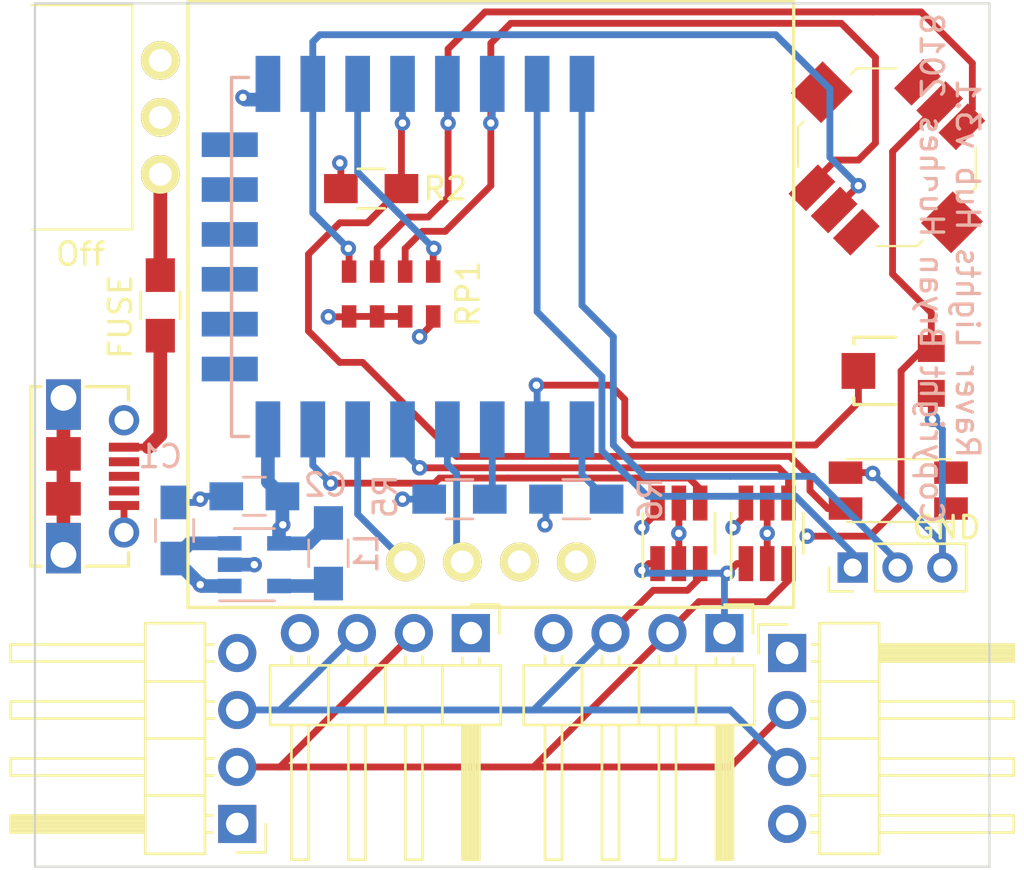
<source format=kicad_pcb>
(kicad_pcb (version 4) (host pcbnew 4.0.7)

  (general
    (links 75)
    (no_connects 0)
    (area 93.869999 103.109999 136.515001 141.691001)
    (thickness 1.6)
    (drawings 8)
    (tracks 239)
    (zones 0)
    (modules 23)
    (nets 23)
  )

  (page A)
  (layers
    (0 F.Cu signal)
    (1 Ground.Plane power hide)
    (2 Power.Plane power hide)
    (31 B.Cu signal)
    (32 B.Adhes user)
    (33 F.Adhes user)
    (34 B.Paste user)
    (35 F.Paste user)
    (36 B.SilkS user)
    (37 F.SilkS user)
    (38 B.Mask user)
    (39 F.Mask user)
    (40 Dwgs.User user)
    (41 Cmts.User user)
    (42 Eco1.User user)
    (43 Eco2.User user)
    (44 Edge.Cuts user)
    (45 Margin user)
    (46 B.CrtYd user)
    (47 F.CrtYd user)
    (48 B.Fab user)
    (49 F.Fab user)
  )

  (setup
    (last_trace_width 0.3048)
    (user_trace_width 0.1524)
    (user_trace_width 0.3048)
    (user_trace_width 0.6096)
    (user_trace_width 1.2192)
    (trace_clearance 0.1524)
    (zone_clearance 0.508)
    (zone_45_only no)
    (trace_min 0.1524)
    (segment_width 0.2)
    (edge_width 0.1)
    (via_size 0.6858)
    (via_drill 0.3302)
    (via_min_size 0.6858)
    (via_min_drill 0.3302)
    (uvia_size 0.762)
    (uvia_drill 0.508)
    (uvias_allowed no)
    (uvia_min_size 0)
    (uvia_min_drill 0)
    (pcb_text_width 0.3)
    (pcb_text_size 1.5 1.5)
    (mod_edge_width 0.15)
    (mod_text_size 1 1)
    (mod_text_width 0.15)
    (pad_size 1.35 1.35)
    (pad_drill 0.8)
    (pad_to_mask_clearance 0.0508)
    (aux_axis_origin 0 0)
    (grid_origin 175.2 118.4)
    (visible_elements FFFFFF7F)
    (pcbplotparams
      (layerselection 0x00030_80000001)
      (usegerberextensions false)
      (excludeedgelayer true)
      (linewidth 0.100000)
      (plotframeref false)
      (viasonmask false)
      (mode 1)
      (useauxorigin false)
      (hpglpennumber 1)
      (hpglpenspeed 20)
      (hpglpendiameter 15)
      (hpglpenoverlay 2)
      (psnegative false)
      (psa4output false)
      (plotreference true)
      (plotvalue true)
      (plotinvisibletext false)
      (padsonsilk false)
      (subtractmaskfromsilk false)
      (outputformat 1)
      (mirror false)
      (drillshape 0)
      (scaleselection 1)
      (outputdirectory ""))
  )

  (net 0 "")
  (net 1 "Net-(L1-Pad1)")
  (net 2 "Net-(P4-Pad1)")
  (net 3 "Net-(P4-Pad2)")
  (net 4 GND)
  (net 5 +3V3)
  (net 6 "Net-(R5-Pad1)")
  (net 7 "Net-(R6-Pad2)")
  (net 8 "Net-(R2-Pad1)")
  (net 9 +5V)
  (net 10 "Net-(J1-Pad2)")
  (net 11 "Net-(J1-Pad3)")
  (net 12 "Net-(U3-Pad5)")
  (net 13 "Net-(F0-Pad1)")
  (net 14 "Net-(F0-Pad2)")
  (net 15 "Net-(U3-Pad7)")
  (net 16 "Net-(RP1-Pad8)")
  (net 17 "Net-(RP1-Pad7)")
  (net 18 "Net-(RP1-Pad6)")
  (net 19 "Net-(RP1-Pad5)")
  (net 20 "Net-(U3-Pad4)")
  (net 21 "Net-(U3-Pad6)")
  (net 22 "Net-(RV1-Pad2)")

  (net_class Default "This is the default net class."
    (clearance 0.1524)
    (trace_width 0.1524)
    (via_dia 0.6858)
    (via_drill 0.3302)
    (uvia_dia 0.762)
    (uvia_drill 0.508)
    (add_net +3V3)
    (add_net +5V)
    (add_net GND)
    (add_net "Net-(F0-Pad1)")
    (add_net "Net-(F0-Pad2)")
    (add_net "Net-(J1-Pad2)")
    (add_net "Net-(J1-Pad3)")
    (add_net "Net-(L1-Pad1)")
    (add_net "Net-(P4-Pad1)")
    (add_net "Net-(P4-Pad2)")
    (add_net "Net-(R2-Pad1)")
    (add_net "Net-(R5-Pad1)")
    (add_net "Net-(R6-Pad2)")
    (add_net "Net-(RP1-Pad5)")
    (add_net "Net-(RP1-Pad6)")
    (add_net "Net-(RP1-Pad7)")
    (add_net "Net-(RP1-Pad8)")
    (add_net "Net-(RV1-Pad2)")
    (add_net "Net-(U3-Pad4)")
    (add_net "Net-(U3-Pad5)")
    (add_net "Net-(U3-Pad6)")
    (add_net "Net-(U3-Pad7)")
  )

  (module nebrius-lcd:DIY-OLED-0.96 (layer F.Cu) (tedit 5A5BB1FA) (tstamp 5A5ABD73)
    (at 114.24 130.084 180)
    (path /5898EB2B)
    (fp_text reference U4 (at 0 7.62 180) (layer F.SilkS) hide
      (effects (font (size 1 1) (thickness 0.15)))
    )
    (fp_text value DIY-OLED-0.96 (at 0 5.08 180) (layer F.Fab) hide
      (effects (font (size 1 1) (thickness 0.15)))
    )
    (fp_line (start -13.5 27) (end -13.5 0) (layer F.SilkS) (width 0.15))
    (fp_line (start 13.5 27) (end -13.5 27) (layer F.SilkS) (width 0.15))
    (fp_line (start 13.5 0) (end 13.5 27) (layer F.SilkS) (width 0.15))
    (fp_line (start 13.5 0) (end -13.5 0) (layer F.SilkS) (width 0.15))
    (pad 1 thru_hole circle (at -3.81 2.032 180) (size 1.7272 1.7272) (drill 1.016) (layers *.Cu *.Mask F.SilkS)
      (net 5 +3V3))
    (pad 2 thru_hole circle (at -1.27 2.032 180) (size 1.7272 1.7272) (drill 1.016) (layers *.Cu *.Mask F.SilkS)
      (net 4 GND))
    (pad 3 thru_hole circle (at 1.27 2.032 180) (size 1.7272 1.7272) (drill 1.016) (layers *.Cu *.Mask F.SilkS)
      (net 20 "Net-(U3-Pad4)"))
    (pad 4 thru_hole circle (at 3.81 2.032 180) (size 1.7272 1.7272) (drill 1.016) (layers *.Cu *.Mask F.SilkS)
      (net 21 "Net-(U3-Pad6)"))
  )

  (module Capacitors_SMD:C_0805_HandSoldering (layer B.Cu) (tedit 5A6D19FA) (tstamp 58D4AE15)
    (at 100.143 126.655 90)
    (descr "Capacitor SMD 0805, hand soldering")
    (tags "capacitor 0805")
    (path /57A0E3BE)
    (attr smd)
    (fp_text reference C1 (at 3.302 -0.635 180) (layer B.SilkS)
      (effects (font (size 1 1) (thickness 0.15)) (justify mirror))
    )
    (fp_text value 4.7uF (at -8.2 -0.4 90) (layer B.Fab) hide
      (effects (font (size 1 1) (thickness 0.15)) (justify mirror))
    )
    (fp_line (start -1 -0.62) (end -1 0.62) (layer B.Fab) (width 0.1))
    (fp_line (start 1 -0.62) (end -1 -0.62) (layer B.Fab) (width 0.1))
    (fp_line (start 1 0.62) (end 1 -0.62) (layer B.Fab) (width 0.1))
    (fp_line (start -1 0.62) (end 1 0.62) (layer B.Fab) (width 0.1))
    (fp_line (start 0.5 0.85) (end -0.5 0.85) (layer B.SilkS) (width 0.12))
    (fp_line (start -0.5 -0.85) (end 0.5 -0.85) (layer B.SilkS) (width 0.12))
    (fp_line (start -2.25 0.88) (end 2.25 0.88) (layer B.CrtYd) (width 0.05))
    (fp_line (start -2.25 0.88) (end -2.25 -0.87) (layer B.CrtYd) (width 0.05))
    (fp_line (start 2.25 -0.87) (end 2.25 0.88) (layer B.CrtYd) (width 0.05))
    (fp_line (start 2.25 -0.87) (end -2.25 -0.87) (layer B.CrtYd) (width 0.05))
    (pad 1 smd rect (at -1.25 0 90) (size 1.5 1.25) (layers B.Cu B.Paste B.Mask)
      (net 9 +5V))
    (pad 2 smd rect (at 1.25 0 90) (size 1.5 1.25) (layers B.Cu B.Paste B.Mask)
      (net 4 GND))
    (model Capacitors_SMD.3dshapes/C_0805.wrl
      (at (xyz 0 0 0))
      (scale (xyz 1 1 1))
      (rotate (xyz 0 0 0))
    )
  )

  (module Capacitors_SMD:C_0805_HandSoldering (layer B.Cu) (tedit 5A6D1A00) (tstamp 58D4AE26)
    (at 103.699 125.131 180)
    (descr "Capacitor SMD 0805, hand soldering")
    (tags "capacitor 0805")
    (path /57A0E396)
    (attr smd)
    (fp_text reference C2 (at 0 1.75 180) (layer B.SilkS) hide
      (effects (font (size 1 1) (thickness 0.15)) (justify mirror))
    )
    (fp_text value 10uF (at 7 -5.8 180) (layer B.Fab) hide
      (effects (font (size 1 1) (thickness 0.15)) (justify mirror))
    )
    (fp_text user %R (at -3.175 0.508 180) (layer B.SilkS)
      (effects (font (size 1 1) (thickness 0.15)) (justify mirror))
    )
    (fp_line (start -1 -0.62) (end -1 0.62) (layer B.Fab) (width 0.1))
    (fp_line (start 1 -0.62) (end -1 -0.62) (layer B.Fab) (width 0.1))
    (fp_line (start 1 0.62) (end 1 -0.62) (layer B.Fab) (width 0.1))
    (fp_line (start -1 0.62) (end 1 0.62) (layer B.Fab) (width 0.1))
    (fp_line (start 0.5 0.85) (end -0.5 0.85) (layer B.SilkS) (width 0.12))
    (fp_line (start -0.5 -0.85) (end 0.5 -0.85) (layer B.SilkS) (width 0.12))
    (fp_line (start -2.25 0.88) (end 2.25 0.88) (layer B.CrtYd) (width 0.05))
    (fp_line (start -2.25 0.88) (end -2.25 -0.87) (layer B.CrtYd) (width 0.05))
    (fp_line (start 2.25 -0.87) (end 2.25 0.88) (layer B.CrtYd) (width 0.05))
    (fp_line (start 2.25 -0.87) (end -2.25 -0.87) (layer B.CrtYd) (width 0.05))
    (pad 1 smd rect (at -1.25 0 180) (size 1.5 1.25) (layers B.Cu B.Paste B.Mask)
      (net 5 +3V3))
    (pad 2 smd rect (at 1.25 0 180) (size 1.5 1.25) (layers B.Cu B.Paste B.Mask)
      (net 4 GND))
    (model Capacitors_SMD.3dshapes/C_0805.wrl
      (at (xyz 0 0 0))
      (scale (xyz 1 1 1))
      (rotate (xyz 0 0 0))
    )
  )

  (module Resistors_SMD:R_0805_HandSoldering (layer B.Cu) (tedit 58D85A48) (tstamp 58D4AE37)
    (at 107.001 127.671 90)
    (descr "Resistor SMD 0805, hand soldering")
    (tags "resistor 0805")
    (path /57A0E1B1)
    (attr smd)
    (fp_text reference L1 (at 0 1.7 90) (layer B.SilkS)
      (effects (font (size 1 1) (thickness 0.15)) (justify mirror))
    )
    (fp_text value 2.2uH (at -4 -9.6 90) (layer B.Fab) hide
      (effects (font (size 1 1) (thickness 0.15)) (justify mirror))
    )
    (fp_text user %R (at 0 1.7 90) (layer B.SilkS)
      (effects (font (size 1 1) (thickness 0.15)) (justify mirror))
    )
    (fp_line (start -1 -0.62) (end -1 0.62) (layer B.Fab) (width 0.1))
    (fp_line (start 1 -0.62) (end -1 -0.62) (layer B.Fab) (width 0.1))
    (fp_line (start 1 0.62) (end 1 -0.62) (layer B.Fab) (width 0.1))
    (fp_line (start -1 0.62) (end 1 0.62) (layer B.Fab) (width 0.1))
    (fp_line (start 0.6 -0.88) (end -0.6 -0.88) (layer B.SilkS) (width 0.12))
    (fp_line (start -0.6 0.88) (end 0.6 0.88) (layer B.SilkS) (width 0.12))
    (fp_line (start -2.35 0.9) (end 2.35 0.9) (layer B.CrtYd) (width 0.05))
    (fp_line (start -2.35 0.9) (end -2.35 -0.9) (layer B.CrtYd) (width 0.05))
    (fp_line (start 2.35 -0.9) (end 2.35 0.9) (layer B.CrtYd) (width 0.05))
    (fp_line (start 2.35 -0.9) (end -2.35 -0.9) (layer B.CrtYd) (width 0.05))
    (pad 1 smd rect (at -1.35 0 90) (size 1.5 1.3) (layers B.Cu B.Paste B.Mask)
      (net 1 "Net-(L1-Pad1)"))
    (pad 2 smd rect (at 1.35 0 90) (size 1.5 1.3) (layers B.Cu B.Paste B.Mask)
      (net 5 +3V3))
    (model Resistors_SMD.3dshapes/R_0805.wrl
      (at (xyz 0 0 0))
      (scale (xyz 1 1 1))
      (rotate (xyz 0 0 0))
    )
  )

  (module Pin_Headers:Pin_Header_Straight_1x03_Pitch2.00mm (layer F.Cu) (tedit 58D85B6E) (tstamp 58D4AE6E)
    (at 130.369 128.306 90)
    (descr "Through hole straight pin header, 1x03, 2.00mm pitch, single row")
    (tags "Through hole pin header THT 1x03 2.00mm single row")
    (path /584F7038)
    (fp_text reference P4 (at 0 -2.06 90) (layer F.SilkS) hide
      (effects (font (size 1 1) (thickness 0.15)))
    )
    (fp_text value SERIAL (at -0.162 6.164 90) (layer F.Fab) hide
      (effects (font (size 1 1) (thickness 0.15)))
    )
    (fp_line (start -1 -1) (end -1 5) (layer F.Fab) (width 0.1))
    (fp_line (start -1 5) (end 1 5) (layer F.Fab) (width 0.1))
    (fp_line (start 1 5) (end 1 -1) (layer F.Fab) (width 0.1))
    (fp_line (start 1 -1) (end -1 -1) (layer F.Fab) (width 0.1))
    (fp_line (start -1.06 1) (end -1.06 5.06) (layer F.SilkS) (width 0.12))
    (fp_line (start -1.06 5.06) (end 1.06 5.06) (layer F.SilkS) (width 0.12))
    (fp_line (start 1.06 5.06) (end 1.06 1) (layer F.SilkS) (width 0.12))
    (fp_line (start 1.06 1) (end -1.06 1) (layer F.SilkS) (width 0.12))
    (fp_line (start -1.06 0) (end -1.06 -1.06) (layer F.SilkS) (width 0.12))
    (fp_line (start -1.06 -1.06) (end 0 -1.06) (layer F.SilkS) (width 0.12))
    (fp_line (start -1.5 -1.5) (end -1.5 5.5) (layer F.CrtYd) (width 0.05))
    (fp_line (start -1.5 5.5) (end 1.5 5.5) (layer F.CrtYd) (width 0.05))
    (fp_line (start 1.5 5.5) (end 1.5 -1.5) (layer F.CrtYd) (width 0.05))
    (fp_line (start 1.5 -1.5) (end -1.5 -1.5) (layer F.CrtYd) (width 0.05))
    (fp_text user %R (at 0 -2.06 90) (layer F.Fab) hide
      (effects (font (size 1 1) (thickness 0.15)))
    )
    (pad 1 thru_hole rect (at 0 0 90) (size 1.35 1.35) (drill 0.8) (layers *.Cu *.Mask)
      (net 2 "Net-(P4-Pad1)"))
    (pad 2 thru_hole oval (at 0 2 90) (size 1.35 1.35) (drill 0.8) (layers *.Cu *.Mask)
      (net 3 "Net-(P4-Pad2)"))
    (pad 3 thru_hole oval (at 0 4 90) (size 1.35 1.35) (drill 0.8) (layers *.Cu *.Mask)
      (net 4 GND))
    (model ${KISYS3DMOD}/Pin_Headers.3dshapes/Pin_Header_Straight_1x03_Pitch2.00mm.wrl
      (at (xyz 0 0 0))
      (scale (xyz 1 1 1))
      (rotate (xyz 0 0 0))
    )
  )

  (module Resistors_SMD:R_0805_HandSoldering (layer F.Cu) (tedit 5A777AC9) (tstamp 58D4AEC1)
    (at 108.906 111.415 180)
    (descr "Resistor SMD 0805, hand soldering")
    (tags "resistor 0805")
    (path /58978884)
    (attr smd)
    (fp_text reference R2 (at -3.302 0 180) (layer F.SilkS)
      (effects (font (size 1 1) (thickness 0.15)))
    )
    (fp_text value 1k (at 0 1.75 180) (layer F.Fab) hide
      (effects (font (size 1 1) (thickness 0.15)))
    )
    (fp_text user %R (at 3.6 0 180) (layer F.Fab) hide
      (effects (font (size 1 1) (thickness 0.15)))
    )
    (fp_line (start -1 0.62) (end -1 -0.62) (layer F.Fab) (width 0.1))
    (fp_line (start 1 0.62) (end -1 0.62) (layer F.Fab) (width 0.1))
    (fp_line (start 1 -0.62) (end 1 0.62) (layer F.Fab) (width 0.1))
    (fp_line (start -1 -0.62) (end 1 -0.62) (layer F.Fab) (width 0.1))
    (fp_line (start 0.6 0.88) (end -0.6 0.88) (layer F.SilkS) (width 0.12))
    (fp_line (start -0.6 -0.88) (end 0.6 -0.88) (layer F.SilkS) (width 0.12))
    (fp_line (start -2.35 -0.9) (end 2.35 -0.9) (layer F.CrtYd) (width 0.05))
    (fp_line (start -2.35 -0.9) (end -2.35 0.9) (layer F.CrtYd) (width 0.05))
    (fp_line (start 2.35 0.9) (end 2.35 -0.9) (layer F.CrtYd) (width 0.05))
    (fp_line (start 2.35 0.9) (end -2.35 0.9) (layer F.CrtYd) (width 0.05))
    (pad 1 smd rect (at -1.35 0 180) (size 1.5 1.3) (layers F.Cu F.Paste F.Mask)
      (net 8 "Net-(R2-Pad1)"))
    (pad 2 smd rect (at 1.35 0 180) (size 1.5 1.3) (layers F.Cu F.Paste F.Mask)
      (net 5 +3V3))
    (model Resistors_SMD.3dshapes/R_0805.wrl
      (at (xyz 0 0 0))
      (scale (xyz 1 1 1))
      (rotate (xyz 0 0 0))
    )
  )

  (module CL-SA-12C:CL-SA-12C4 (layer F.Cu) (tedit 58D85B54) (tstamp 58D4AECC)
    (at 99.508 108.24 270)
    (path /57A0DADD)
    (fp_text reference SW1 (at 0.25 3.5 270) (layer F.SilkS) hide
      (effects (font (size 1 1) (thickness 0.15)))
    )
    (fp_text value Switch_SPDT_x2 (at 0 6.75 270) (layer F.Fab) hide
      (effects (font (size 1 1) (thickness 0.15)))
    )
    (fp_line (start -5 5.75) (end -5 1.25) (layer F.SilkS) (width 0.1))
    (fp_line (start 5 1.25) (end 5 5.75) (layer F.SilkS) (width 0.1))
    (fp_line (start 5 5.75) (end -5 5.75) (layer F.CrtYd) (width 0.1))
    (fp_line (start -5 1.25) (end 5 1.25) (layer F.SilkS) (width 0.1))
    (pad 2 thru_hole circle (at 0 0 270) (size 1.7272 1.7272) (drill 1.016) (layers *.Cu *.Mask F.SilkS)
      (net 9 +5V))
    (pad 1 thru_hole circle (at -2.54 0 270) (size 1.7272 1.7272) (drill 1.016) (layers *.Cu *.Mask F.SilkS))
    (pad 3 thru_hole circle (at 2.54 0 270) (size 1.7272 1.7272) (drill 1.016) (layers *.Cu *.Mask F.SilkS)
      (net 13 "Net-(F0-Pad1)"))
  )

  (module TO_SOT_Packages_SMD:SOT-23-5 (layer B.Cu) (tedit 58D85723) (tstamp 58D4AEE1)
    (at 103.699 128.179)
    (descr "5-pin SOT23 package")
    (tags SOT-23-5)
    (path /57A0D83A)
    (attr smd)
    (fp_text reference U1 (at 0 2.9) (layer B.SilkS) hide
      (effects (font (size 1 1) (thickness 0.15)) (justify mirror))
    )
    (fp_text value LM3671 (at -8 2) (layer B.Fab) hide
      (effects (font (size 1 1) (thickness 0.15)) (justify mirror))
    )
    (fp_text user %R (at 0 0) (layer B.Fab) hide
      (effects (font (size 0.5 0.5) (thickness 0.075)) (justify mirror))
    )
    (fp_line (start -0.9 -1.61) (end 0.9 -1.61) (layer B.SilkS) (width 0.12))
    (fp_line (start 0.9 1.61) (end -1.55 1.61) (layer B.SilkS) (width 0.12))
    (fp_line (start -1.9 1.8) (end 1.9 1.8) (layer B.CrtYd) (width 0.05))
    (fp_line (start 1.9 1.8) (end 1.9 -1.8) (layer B.CrtYd) (width 0.05))
    (fp_line (start 1.9 -1.8) (end -1.9 -1.8) (layer B.CrtYd) (width 0.05))
    (fp_line (start -1.9 -1.8) (end -1.9 1.8) (layer B.CrtYd) (width 0.05))
    (fp_line (start -0.9 0.9) (end -0.25 1.55) (layer B.Fab) (width 0.1))
    (fp_line (start 0.9 1.55) (end -0.25 1.55) (layer B.Fab) (width 0.1))
    (fp_line (start -0.9 0.9) (end -0.9 -1.55) (layer B.Fab) (width 0.1))
    (fp_line (start 0.9 -1.55) (end -0.9 -1.55) (layer B.Fab) (width 0.1))
    (fp_line (start 0.9 1.55) (end 0.9 -1.55) (layer B.Fab) (width 0.1))
    (pad 1 smd rect (at -1.1 0.95) (size 1.06 0.65) (layers B.Cu B.Paste B.Mask)
      (net 9 +5V))
    (pad 2 smd rect (at -1.1 0) (size 1.06 0.65) (layers B.Cu B.Paste B.Mask)
      (net 4 GND))
    (pad 3 smd rect (at -1.1 -0.95) (size 1.06 0.65) (layers B.Cu B.Paste B.Mask)
      (net 9 +5V))
    (pad 4 smd rect (at 1.1 -0.95) (size 1.06 0.65) (layers B.Cu B.Paste B.Mask)
      (net 5 +3V3))
    (pad 5 smd rect (at 1.1 0.95) (size 1.06 0.65) (layers B.Cu B.Paste B.Mask)
      (net 1 "Net-(L1-Pad1)"))
    (model ${KISYS3DMOD}/TO_SOT_Packages_SMD.3dshapes/SOT-23-5.wrl
      (at (xyz 0 0 0))
      (scale (xyz 1 1 1))
      (rotate (xyz 0 0 0))
    )
  )

  (module Resistors_SMD:R_0805_HandSoldering (layer B.Cu) (tedit 5A6BC2FA) (tstamp 58D855DA)
    (at 112.843 125.258 180)
    (descr "Resistor SMD 0805, hand soldering")
    (tags "resistor 0805")
    (path /58D3649D)
    (attr smd)
    (fp_text reference R5 (at 3.302 0.127 270) (layer B.SilkS)
      (effects (font (size 1 1) (thickness 0.15)) (justify mirror))
    )
    (fp_text value 10k (at 0 -1.75 180) (layer B.Fab) hide
      (effects (font (size 1 1) (thickness 0.15)) (justify mirror))
    )
    (fp_text user %R (at 0 1.7 180) (layer B.Fab) hide
      (effects (font (size 1 1) (thickness 0.15)) (justify mirror))
    )
    (fp_line (start -1 -0.62) (end -1 0.62) (layer B.Fab) (width 0.1))
    (fp_line (start 1 -0.62) (end -1 -0.62) (layer B.Fab) (width 0.1))
    (fp_line (start 1 0.62) (end 1 -0.62) (layer B.Fab) (width 0.1))
    (fp_line (start -1 0.62) (end 1 0.62) (layer B.Fab) (width 0.1))
    (fp_line (start 0.6 -0.88) (end -0.6 -0.88) (layer B.SilkS) (width 0.12))
    (fp_line (start -0.6 0.88) (end 0.6 0.88) (layer B.SilkS) (width 0.12))
    (fp_line (start -2.35 0.9) (end 2.35 0.9) (layer B.CrtYd) (width 0.05))
    (fp_line (start -2.35 0.9) (end -2.35 -0.9) (layer B.CrtYd) (width 0.05))
    (fp_line (start 2.35 -0.9) (end 2.35 0.9) (layer B.CrtYd) (width 0.05))
    (fp_line (start 2.35 -0.9) (end -2.35 -0.9) (layer B.CrtYd) (width 0.05))
    (pad 1 smd rect (at -1.35 0 180) (size 1.5 1.3) (layers B.Cu B.Paste B.Mask)
      (net 6 "Net-(R5-Pad1)"))
    (pad 2 smd rect (at 1.35 0 180) (size 1.5 1.3) (layers B.Cu B.Paste B.Mask)
      (net 5 +3V3))
    (model Resistors_SMD.3dshapes/R_0805.wrl
      (at (xyz 0 0 0))
      (scale (xyz 1 1 1))
      (rotate (xyz 0 0 0))
    )
  )

  (module Resistors_SMD:R_0805_HandSoldering (layer B.Cu) (tedit 5A6BC2DC) (tstamp 58D855EB)
    (at 118.05 125.258)
    (descr "Resistor SMD 0805, hand soldering")
    (tags "resistor 0805")
    (path /58D6E0DB)
    (attr smd)
    (fp_text reference R6 (at 3.302 0 90) (layer B.SilkS)
      (effects (font (size 1 1) (thickness 0.15)) (justify mirror))
    )
    (fp_text value 10k (at 0 -1.75) (layer B.Fab) hide
      (effects (font (size 1 1) (thickness 0.15)) (justify mirror))
    )
    (fp_text user %R (at 0 1.7) (layer B.Fab) hide
      (effects (font (size 1 1) (thickness 0.15)) (justify mirror))
    )
    (fp_line (start -1 -0.62) (end -1 0.62) (layer B.Fab) (width 0.1))
    (fp_line (start 1 -0.62) (end -1 -0.62) (layer B.Fab) (width 0.1))
    (fp_line (start 1 0.62) (end 1 -0.62) (layer B.Fab) (width 0.1))
    (fp_line (start -1 0.62) (end 1 0.62) (layer B.Fab) (width 0.1))
    (fp_line (start 0.6 -0.88) (end -0.6 -0.88) (layer B.SilkS) (width 0.12))
    (fp_line (start -0.6 0.88) (end 0.6 0.88) (layer B.SilkS) (width 0.12))
    (fp_line (start -2.35 0.9) (end 2.35 0.9) (layer B.CrtYd) (width 0.05))
    (fp_line (start -2.35 0.9) (end -2.35 -0.9) (layer B.CrtYd) (width 0.05))
    (fp_line (start 2.35 -0.9) (end 2.35 0.9) (layer B.CrtYd) (width 0.05))
    (fp_line (start 2.35 -0.9) (end -2.35 -0.9) (layer B.CrtYd) (width 0.05))
    (pad 1 smd rect (at -1.35 0) (size 1.5 1.3) (layers B.Cu B.Paste B.Mask)
      (net 5 +3V3))
    (pad 2 smd rect (at 1.35 0) (size 1.5 1.3) (layers B.Cu B.Paste B.Mask)
      (net 7 "Net-(R6-Pad2)"))
    (model Resistors_SMD.3dshapes/R_0805.wrl
      (at (xyz 0 0 0))
      (scale (xyz 1 1 1))
      (rotate (xyz 0 0 0))
    )
  )

  (module Pin_Headers:Pin_Header_Angled_1x04_Pitch2.54mm (layer F.Cu) (tedit 5A6AD278) (tstamp 5A5ABC30)
    (at 102.937 139.736 180)
    (descr "Through hole angled pin header, 1x04, 2.54mm pitch, 6mm pin length, single row")
    (tags "Through hole angled pin header THT 1x04 2.54mm single row")
    (path /5A47DDAC)
    (fp_text reference J1 (at 4.385 -2.27 180) (layer F.SilkS) hide
      (effects (font (size 1 1) (thickness 0.15)))
    )
    (fp_text value Conn_01x04 (at 4.385 9.89 180) (layer F.Fab) hide
      (effects (font (size 1 1) (thickness 0.15)))
    )
    (fp_line (start 2.135 -1.27) (end 4.04 -1.27) (layer F.Fab) (width 0.1))
    (fp_line (start 4.04 -1.27) (end 4.04 8.89) (layer F.Fab) (width 0.1))
    (fp_line (start 4.04 8.89) (end 1.5 8.89) (layer F.Fab) (width 0.1))
    (fp_line (start 1.5 8.89) (end 1.5 -0.635) (layer F.Fab) (width 0.1))
    (fp_line (start 1.5 -0.635) (end 2.135 -1.27) (layer F.Fab) (width 0.1))
    (fp_line (start -0.32 -0.32) (end 1.5 -0.32) (layer F.Fab) (width 0.1))
    (fp_line (start -0.32 -0.32) (end -0.32 0.32) (layer F.Fab) (width 0.1))
    (fp_line (start -0.32 0.32) (end 1.5 0.32) (layer F.Fab) (width 0.1))
    (fp_line (start 4.04 -0.32) (end 10.04 -0.32) (layer F.Fab) (width 0.1))
    (fp_line (start 10.04 -0.32) (end 10.04 0.32) (layer F.Fab) (width 0.1))
    (fp_line (start 4.04 0.32) (end 10.04 0.32) (layer F.Fab) (width 0.1))
    (fp_line (start -0.32 2.22) (end 1.5 2.22) (layer F.Fab) (width 0.1))
    (fp_line (start -0.32 2.22) (end -0.32 2.86) (layer F.Fab) (width 0.1))
    (fp_line (start -0.32 2.86) (end 1.5 2.86) (layer F.Fab) (width 0.1))
    (fp_line (start 4.04 2.22) (end 10.04 2.22) (layer F.Fab) (width 0.1))
    (fp_line (start 10.04 2.22) (end 10.04 2.86) (layer F.Fab) (width 0.1))
    (fp_line (start 4.04 2.86) (end 10.04 2.86) (layer F.Fab) (width 0.1))
    (fp_line (start -0.32 4.76) (end 1.5 4.76) (layer F.Fab) (width 0.1))
    (fp_line (start -0.32 4.76) (end -0.32 5.4) (layer F.Fab) (width 0.1))
    (fp_line (start -0.32 5.4) (end 1.5 5.4) (layer F.Fab) (width 0.1))
    (fp_line (start 4.04 4.76) (end 10.04 4.76) (layer F.Fab) (width 0.1))
    (fp_line (start 10.04 4.76) (end 10.04 5.4) (layer F.Fab) (width 0.1))
    (fp_line (start 4.04 5.4) (end 10.04 5.4) (layer F.Fab) (width 0.1))
    (fp_line (start -0.32 7.3) (end 1.5 7.3) (layer F.Fab) (width 0.1))
    (fp_line (start -0.32 7.3) (end -0.32 7.94) (layer F.Fab) (width 0.1))
    (fp_line (start -0.32 7.94) (end 1.5 7.94) (layer F.Fab) (width 0.1))
    (fp_line (start 4.04 7.3) (end 10.04 7.3) (layer F.Fab) (width 0.1))
    (fp_line (start 10.04 7.3) (end 10.04 7.94) (layer F.Fab) (width 0.1))
    (fp_line (start 4.04 7.94) (end 10.04 7.94) (layer F.Fab) (width 0.1))
    (fp_line (start 1.44 -1.33) (end 1.44 8.95) (layer F.SilkS) (width 0.12))
    (fp_line (start 1.44 8.95) (end 4.1 8.95) (layer F.SilkS) (width 0.12))
    (fp_line (start 4.1 8.95) (end 4.1 -1.33) (layer F.SilkS) (width 0.12))
    (fp_line (start 4.1 -1.33) (end 1.44 -1.33) (layer F.SilkS) (width 0.12))
    (fp_line (start 4.1 -0.38) (end 10.1 -0.38) (layer F.SilkS) (width 0.12))
    (fp_line (start 10.1 -0.38) (end 10.1 0.38) (layer F.SilkS) (width 0.12))
    (fp_line (start 10.1 0.38) (end 4.1 0.38) (layer F.SilkS) (width 0.12))
    (fp_line (start 4.1 -0.32) (end 10.1 -0.32) (layer F.SilkS) (width 0.12))
    (fp_line (start 4.1 -0.2) (end 10.1 -0.2) (layer F.SilkS) (width 0.12))
    (fp_line (start 4.1 -0.08) (end 10.1 -0.08) (layer F.SilkS) (width 0.12))
    (fp_line (start 4.1 0.04) (end 10.1 0.04) (layer F.SilkS) (width 0.12))
    (fp_line (start 4.1 0.16) (end 10.1 0.16) (layer F.SilkS) (width 0.12))
    (fp_line (start 4.1 0.28) (end 10.1 0.28) (layer F.SilkS) (width 0.12))
    (fp_line (start 1.11 -0.38) (end 1.44 -0.38) (layer F.SilkS) (width 0.12))
    (fp_line (start 1.11 0.38) (end 1.44 0.38) (layer F.SilkS) (width 0.12))
    (fp_line (start 1.44 1.27) (end 4.1 1.27) (layer F.SilkS) (width 0.12))
    (fp_line (start 4.1 2.16) (end 10.1 2.16) (layer F.SilkS) (width 0.12))
    (fp_line (start 10.1 2.16) (end 10.1 2.92) (layer F.SilkS) (width 0.12))
    (fp_line (start 10.1 2.92) (end 4.1 2.92) (layer F.SilkS) (width 0.12))
    (fp_line (start 1.042929 2.16) (end 1.44 2.16) (layer F.SilkS) (width 0.12))
    (fp_line (start 1.042929 2.92) (end 1.44 2.92) (layer F.SilkS) (width 0.12))
    (fp_line (start 1.44 3.81) (end 4.1 3.81) (layer F.SilkS) (width 0.12))
    (fp_line (start 4.1 4.7) (end 10.1 4.7) (layer F.SilkS) (width 0.12))
    (fp_line (start 10.1 4.7) (end 10.1 5.46) (layer F.SilkS) (width 0.12))
    (fp_line (start 10.1 5.46) (end 4.1 5.46) (layer F.SilkS) (width 0.12))
    (fp_line (start 1.042929 4.7) (end 1.44 4.7) (layer F.SilkS) (width 0.12))
    (fp_line (start 1.042929 5.46) (end 1.44 5.46) (layer F.SilkS) (width 0.12))
    (fp_line (start 1.44 6.35) (end 4.1 6.35) (layer F.SilkS) (width 0.12))
    (fp_line (start 4.1 7.24) (end 10.1 7.24) (layer F.SilkS) (width 0.12))
    (fp_line (start 10.1 7.24) (end 10.1 8) (layer F.SilkS) (width 0.12))
    (fp_line (start 10.1 8) (end 4.1 8) (layer F.SilkS) (width 0.12))
    (fp_line (start 1.042929 7.24) (end 1.44 7.24) (layer F.SilkS) (width 0.12))
    (fp_line (start 1.042929 8) (end 1.44 8) (layer F.SilkS) (width 0.12))
    (fp_line (start -1.27 0) (end -1.27 -1.27) (layer F.SilkS) (width 0.12))
    (fp_line (start -1.27 -1.27) (end 0 -1.27) (layer F.SilkS) (width 0.12))
    (fp_line (start -1.8 -1.8) (end -1.8 9.4) (layer F.CrtYd) (width 0.05))
    (fp_line (start -1.8 9.4) (end 10.55 9.4) (layer F.CrtYd) (width 0.05))
    (fp_line (start 10.55 9.4) (end 10.55 -1.8) (layer F.CrtYd) (width 0.05))
    (fp_line (start 10.55 -1.8) (end -1.8 -1.8) (layer F.CrtYd) (width 0.05))
    (fp_text user %R (at 2.77 3.81 270) (layer F.Fab) hide
      (effects (font (size 1 1) (thickness 0.15)))
    )
    (pad 1 thru_hole rect (at 0 0 180) (size 1.7 1.7) (drill 1) (layers *.Cu *.Mask)
      (net 9 +5V))
    (pad 2 thru_hole oval (at 0 2.54 180) (size 1.7 1.7) (drill 1) (layers *.Cu *.Mask)
      (net 10 "Net-(J1-Pad2)"))
    (pad 3 thru_hole oval (at 0 5.08 180) (size 1.7 1.7) (drill 1) (layers *.Cu *.Mask)
      (net 11 "Net-(J1-Pad3)"))
    (pad 4 thru_hole oval (at 0 7.62 180) (size 1.7 1.7) (drill 1) (layers *.Cu *.Mask)
      (net 4 GND))
    (model ${KISYS3DMOD}/Pin_Headers.3dshapes/Pin_Header_Angled_1x04_Pitch2.54mm.wrl
      (at (xyz 0 0 0))
      (scale (xyz 1 1 1))
      (rotate (xyz 0 0 0))
    )
  )

  (module Pin_Headers:Pin_Header_Angled_1x04_Pitch2.54mm (layer F.Cu) (tedit 5A5BB1C5) (tstamp 5A5ABC7D)
    (at 113.351 131.227 270)
    (descr "Through hole angled pin header, 1x04, 2.54mm pitch, 6mm pin length, single row")
    (tags "Through hole angled pin header THT 1x04 2.54mm single row")
    (path /5A47DE57)
    (fp_text reference J2 (at 4.385 -2.27 270) (layer F.SilkS) hide
      (effects (font (size 1 1) (thickness 0.15)))
    )
    (fp_text value Conn_01x04 (at 4.385 9.89 270) (layer F.Fab) hide
      (effects (font (size 1 1) (thickness 0.15)))
    )
    (fp_line (start 2.135 -1.27) (end 4.04 -1.27) (layer F.Fab) (width 0.1))
    (fp_line (start 4.04 -1.27) (end 4.04 8.89) (layer F.Fab) (width 0.1))
    (fp_line (start 4.04 8.89) (end 1.5 8.89) (layer F.Fab) (width 0.1))
    (fp_line (start 1.5 8.89) (end 1.5 -0.635) (layer F.Fab) (width 0.1))
    (fp_line (start 1.5 -0.635) (end 2.135 -1.27) (layer F.Fab) (width 0.1))
    (fp_line (start -0.32 -0.32) (end 1.5 -0.32) (layer F.Fab) (width 0.1))
    (fp_line (start -0.32 -0.32) (end -0.32 0.32) (layer F.Fab) (width 0.1))
    (fp_line (start -0.32 0.32) (end 1.5 0.32) (layer F.Fab) (width 0.1))
    (fp_line (start 4.04 -0.32) (end 10.04 -0.32) (layer F.Fab) (width 0.1))
    (fp_line (start 10.04 -0.32) (end 10.04 0.32) (layer F.Fab) (width 0.1))
    (fp_line (start 4.04 0.32) (end 10.04 0.32) (layer F.Fab) (width 0.1))
    (fp_line (start -0.32 2.22) (end 1.5 2.22) (layer F.Fab) (width 0.1))
    (fp_line (start -0.32 2.22) (end -0.32 2.86) (layer F.Fab) (width 0.1))
    (fp_line (start -0.32 2.86) (end 1.5 2.86) (layer F.Fab) (width 0.1))
    (fp_line (start 4.04 2.22) (end 10.04 2.22) (layer F.Fab) (width 0.1))
    (fp_line (start 10.04 2.22) (end 10.04 2.86) (layer F.Fab) (width 0.1))
    (fp_line (start 4.04 2.86) (end 10.04 2.86) (layer F.Fab) (width 0.1))
    (fp_line (start -0.32 4.76) (end 1.5 4.76) (layer F.Fab) (width 0.1))
    (fp_line (start -0.32 4.76) (end -0.32 5.4) (layer F.Fab) (width 0.1))
    (fp_line (start -0.32 5.4) (end 1.5 5.4) (layer F.Fab) (width 0.1))
    (fp_line (start 4.04 4.76) (end 10.04 4.76) (layer F.Fab) (width 0.1))
    (fp_line (start 10.04 4.76) (end 10.04 5.4) (layer F.Fab) (width 0.1))
    (fp_line (start 4.04 5.4) (end 10.04 5.4) (layer F.Fab) (width 0.1))
    (fp_line (start -0.32 7.3) (end 1.5 7.3) (layer F.Fab) (width 0.1))
    (fp_line (start -0.32 7.3) (end -0.32 7.94) (layer F.Fab) (width 0.1))
    (fp_line (start -0.32 7.94) (end 1.5 7.94) (layer F.Fab) (width 0.1))
    (fp_line (start 4.04 7.3) (end 10.04 7.3) (layer F.Fab) (width 0.1))
    (fp_line (start 10.04 7.3) (end 10.04 7.94) (layer F.Fab) (width 0.1))
    (fp_line (start 4.04 7.94) (end 10.04 7.94) (layer F.Fab) (width 0.1))
    (fp_line (start 1.44 -1.33) (end 1.44 8.95) (layer F.SilkS) (width 0.12))
    (fp_line (start 1.44 8.95) (end 4.1 8.95) (layer F.SilkS) (width 0.12))
    (fp_line (start 4.1 8.95) (end 4.1 -1.33) (layer F.SilkS) (width 0.12))
    (fp_line (start 4.1 -1.33) (end 1.44 -1.33) (layer F.SilkS) (width 0.12))
    (fp_line (start 4.1 -0.38) (end 10.1 -0.38) (layer F.SilkS) (width 0.12))
    (fp_line (start 10.1 -0.38) (end 10.1 0.38) (layer F.SilkS) (width 0.12))
    (fp_line (start 10.1 0.38) (end 4.1 0.38) (layer F.SilkS) (width 0.12))
    (fp_line (start 4.1 -0.32) (end 10.1 -0.32) (layer F.SilkS) (width 0.12))
    (fp_line (start 4.1 -0.2) (end 10.1 -0.2) (layer F.SilkS) (width 0.12))
    (fp_line (start 4.1 -0.08) (end 10.1 -0.08) (layer F.SilkS) (width 0.12))
    (fp_line (start 4.1 0.04) (end 10.1 0.04) (layer F.SilkS) (width 0.12))
    (fp_line (start 4.1 0.16) (end 10.1 0.16) (layer F.SilkS) (width 0.12))
    (fp_line (start 4.1 0.28) (end 10.1 0.28) (layer F.SilkS) (width 0.12))
    (fp_line (start 1.11 -0.38) (end 1.44 -0.38) (layer F.SilkS) (width 0.12))
    (fp_line (start 1.11 0.38) (end 1.44 0.38) (layer F.SilkS) (width 0.12))
    (fp_line (start 1.44 1.27) (end 4.1 1.27) (layer F.SilkS) (width 0.12))
    (fp_line (start 4.1 2.16) (end 10.1 2.16) (layer F.SilkS) (width 0.12))
    (fp_line (start 10.1 2.16) (end 10.1 2.92) (layer F.SilkS) (width 0.12))
    (fp_line (start 10.1 2.92) (end 4.1 2.92) (layer F.SilkS) (width 0.12))
    (fp_line (start 1.042929 2.16) (end 1.44 2.16) (layer F.SilkS) (width 0.12))
    (fp_line (start 1.042929 2.92) (end 1.44 2.92) (layer F.SilkS) (width 0.12))
    (fp_line (start 1.44 3.81) (end 4.1 3.81) (layer F.SilkS) (width 0.12))
    (fp_line (start 4.1 4.7) (end 10.1 4.7) (layer F.SilkS) (width 0.12))
    (fp_line (start 10.1 4.7) (end 10.1 5.46) (layer F.SilkS) (width 0.12))
    (fp_line (start 10.1 5.46) (end 4.1 5.46) (layer F.SilkS) (width 0.12))
    (fp_line (start 1.042929 4.7) (end 1.44 4.7) (layer F.SilkS) (width 0.12))
    (fp_line (start 1.042929 5.46) (end 1.44 5.46) (layer F.SilkS) (width 0.12))
    (fp_line (start 1.44 6.35) (end 4.1 6.35) (layer F.SilkS) (width 0.12))
    (fp_line (start 4.1 7.24) (end 10.1 7.24) (layer F.SilkS) (width 0.12))
    (fp_line (start 10.1 7.24) (end 10.1 8) (layer F.SilkS) (width 0.12))
    (fp_line (start 10.1 8) (end 4.1 8) (layer F.SilkS) (width 0.12))
    (fp_line (start 1.042929 7.24) (end 1.44 7.24) (layer F.SilkS) (width 0.12))
    (fp_line (start 1.042929 8) (end 1.44 8) (layer F.SilkS) (width 0.12))
    (fp_line (start -1.27 0) (end -1.27 -1.27) (layer F.SilkS) (width 0.12))
    (fp_line (start -1.27 -1.27) (end 0 -1.27) (layer F.SilkS) (width 0.12))
    (fp_line (start -1.8 -1.8) (end -1.8 9.4) (layer F.CrtYd) (width 0.05))
    (fp_line (start -1.8 9.4) (end 10.55 9.4) (layer F.CrtYd) (width 0.05))
    (fp_line (start 10.55 9.4) (end 10.55 -1.8) (layer F.CrtYd) (width 0.05))
    (fp_line (start 10.55 -1.8) (end -1.8 -1.8) (layer F.CrtYd) (width 0.05))
    (fp_text user %R (at 2.77 3.81 360) (layer F.Fab) hide
      (effects (font (size 1 1) (thickness 0.15)))
    )
    (pad 1 thru_hole rect (at 0 0 270) (size 1.7 1.7) (drill 1) (layers *.Cu *.Mask)
      (net 9 +5V))
    (pad 2 thru_hole oval (at 0 2.54 270) (size 1.7 1.7) (drill 1) (layers *.Cu *.Mask)
      (net 10 "Net-(J1-Pad2)"))
    (pad 3 thru_hole oval (at 0 5.08 270) (size 1.7 1.7) (drill 1) (layers *.Cu *.Mask)
      (net 11 "Net-(J1-Pad3)"))
    (pad 4 thru_hole oval (at 0 7.62 270) (size 1.7 1.7) (drill 1) (layers *.Cu *.Mask)
      (net 4 GND))
    (model ${KISYS3DMOD}/Pin_Headers.3dshapes/Pin_Header_Angled_1x04_Pitch2.54mm.wrl
      (at (xyz 0 0 0))
      (scale (xyz 1 1 1))
      (rotate (xyz 0 0 0))
    )
  )

  (module Pin_Headers:Pin_Header_Angled_1x04_Pitch2.54mm (layer F.Cu) (tedit 5A6AD26F) (tstamp 5A5ABCCA)
    (at 127.448 132.116)
    (descr "Through hole angled pin header, 1x04, 2.54mm pitch, 6mm pin length, single row")
    (tags "Through hole angled pin header THT 1x04 2.54mm single row")
    (path /5A8CA884)
    (fp_text reference J3 (at 4.385 -2.27) (layer F.SilkS) hide
      (effects (font (size 1 1) (thickness 0.15)))
    )
    (fp_text value Conn_01x04 (at 4.385 9.89) (layer F.Fab) hide
      (effects (font (size 1 1) (thickness 0.15)))
    )
    (fp_line (start 2.135 -1.27) (end 4.04 -1.27) (layer F.Fab) (width 0.1))
    (fp_line (start 4.04 -1.27) (end 4.04 8.89) (layer F.Fab) (width 0.1))
    (fp_line (start 4.04 8.89) (end 1.5 8.89) (layer F.Fab) (width 0.1))
    (fp_line (start 1.5 8.89) (end 1.5 -0.635) (layer F.Fab) (width 0.1))
    (fp_line (start 1.5 -0.635) (end 2.135 -1.27) (layer F.Fab) (width 0.1))
    (fp_line (start -0.32 -0.32) (end 1.5 -0.32) (layer F.Fab) (width 0.1))
    (fp_line (start -0.32 -0.32) (end -0.32 0.32) (layer F.Fab) (width 0.1))
    (fp_line (start -0.32 0.32) (end 1.5 0.32) (layer F.Fab) (width 0.1))
    (fp_line (start 4.04 -0.32) (end 10.04 -0.32) (layer F.Fab) (width 0.1))
    (fp_line (start 10.04 -0.32) (end 10.04 0.32) (layer F.Fab) (width 0.1))
    (fp_line (start 4.04 0.32) (end 10.04 0.32) (layer F.Fab) (width 0.1))
    (fp_line (start -0.32 2.22) (end 1.5 2.22) (layer F.Fab) (width 0.1))
    (fp_line (start -0.32 2.22) (end -0.32 2.86) (layer F.Fab) (width 0.1))
    (fp_line (start -0.32 2.86) (end 1.5 2.86) (layer F.Fab) (width 0.1))
    (fp_line (start 4.04 2.22) (end 10.04 2.22) (layer F.Fab) (width 0.1))
    (fp_line (start 10.04 2.22) (end 10.04 2.86) (layer F.Fab) (width 0.1))
    (fp_line (start 4.04 2.86) (end 10.04 2.86) (layer F.Fab) (width 0.1))
    (fp_line (start -0.32 4.76) (end 1.5 4.76) (layer F.Fab) (width 0.1))
    (fp_line (start -0.32 4.76) (end -0.32 5.4) (layer F.Fab) (width 0.1))
    (fp_line (start -0.32 5.4) (end 1.5 5.4) (layer F.Fab) (width 0.1))
    (fp_line (start 4.04 4.76) (end 10.04 4.76) (layer F.Fab) (width 0.1))
    (fp_line (start 10.04 4.76) (end 10.04 5.4) (layer F.Fab) (width 0.1))
    (fp_line (start 4.04 5.4) (end 10.04 5.4) (layer F.Fab) (width 0.1))
    (fp_line (start -0.32 7.3) (end 1.5 7.3) (layer F.Fab) (width 0.1))
    (fp_line (start -0.32 7.3) (end -0.32 7.94) (layer F.Fab) (width 0.1))
    (fp_line (start -0.32 7.94) (end 1.5 7.94) (layer F.Fab) (width 0.1))
    (fp_line (start 4.04 7.3) (end 10.04 7.3) (layer F.Fab) (width 0.1))
    (fp_line (start 10.04 7.3) (end 10.04 7.94) (layer F.Fab) (width 0.1))
    (fp_line (start 4.04 7.94) (end 10.04 7.94) (layer F.Fab) (width 0.1))
    (fp_line (start 1.44 -1.33) (end 1.44 8.95) (layer F.SilkS) (width 0.12))
    (fp_line (start 1.44 8.95) (end 4.1 8.95) (layer F.SilkS) (width 0.12))
    (fp_line (start 4.1 8.95) (end 4.1 -1.33) (layer F.SilkS) (width 0.12))
    (fp_line (start 4.1 -1.33) (end 1.44 -1.33) (layer F.SilkS) (width 0.12))
    (fp_line (start 4.1 -0.38) (end 10.1 -0.38) (layer F.SilkS) (width 0.12))
    (fp_line (start 10.1 -0.38) (end 10.1 0.38) (layer F.SilkS) (width 0.12))
    (fp_line (start 10.1 0.38) (end 4.1 0.38) (layer F.SilkS) (width 0.12))
    (fp_line (start 4.1 -0.32) (end 10.1 -0.32) (layer F.SilkS) (width 0.12))
    (fp_line (start 4.1 -0.2) (end 10.1 -0.2) (layer F.SilkS) (width 0.12))
    (fp_line (start 4.1 -0.08) (end 10.1 -0.08) (layer F.SilkS) (width 0.12))
    (fp_line (start 4.1 0.04) (end 10.1 0.04) (layer F.SilkS) (width 0.12))
    (fp_line (start 4.1 0.16) (end 10.1 0.16) (layer F.SilkS) (width 0.12))
    (fp_line (start 4.1 0.28) (end 10.1 0.28) (layer F.SilkS) (width 0.12))
    (fp_line (start 1.11 -0.38) (end 1.44 -0.38) (layer F.SilkS) (width 0.12))
    (fp_line (start 1.11 0.38) (end 1.44 0.38) (layer F.SilkS) (width 0.12))
    (fp_line (start 1.44 1.27) (end 4.1 1.27) (layer F.SilkS) (width 0.12))
    (fp_line (start 4.1 2.16) (end 10.1 2.16) (layer F.SilkS) (width 0.12))
    (fp_line (start 10.1 2.16) (end 10.1 2.92) (layer F.SilkS) (width 0.12))
    (fp_line (start 10.1 2.92) (end 4.1 2.92) (layer F.SilkS) (width 0.12))
    (fp_line (start 1.042929 2.16) (end 1.44 2.16) (layer F.SilkS) (width 0.12))
    (fp_line (start 1.042929 2.92) (end 1.44 2.92) (layer F.SilkS) (width 0.12))
    (fp_line (start 1.44 3.81) (end 4.1 3.81) (layer F.SilkS) (width 0.12))
    (fp_line (start 4.1 4.7) (end 10.1 4.7) (layer F.SilkS) (width 0.12))
    (fp_line (start 10.1 4.7) (end 10.1 5.46) (layer F.SilkS) (width 0.12))
    (fp_line (start 10.1 5.46) (end 4.1 5.46) (layer F.SilkS) (width 0.12))
    (fp_line (start 1.042929 4.7) (end 1.44 4.7) (layer F.SilkS) (width 0.12))
    (fp_line (start 1.042929 5.46) (end 1.44 5.46) (layer F.SilkS) (width 0.12))
    (fp_line (start 1.44 6.35) (end 4.1 6.35) (layer F.SilkS) (width 0.12))
    (fp_line (start 4.1 7.24) (end 10.1 7.24) (layer F.SilkS) (width 0.12))
    (fp_line (start 10.1 7.24) (end 10.1 8) (layer F.SilkS) (width 0.12))
    (fp_line (start 10.1 8) (end 4.1 8) (layer F.SilkS) (width 0.12))
    (fp_line (start 1.042929 7.24) (end 1.44 7.24) (layer F.SilkS) (width 0.12))
    (fp_line (start 1.042929 8) (end 1.44 8) (layer F.SilkS) (width 0.12))
    (fp_line (start -1.27 0) (end -1.27 -1.27) (layer F.SilkS) (width 0.12))
    (fp_line (start -1.27 -1.27) (end 0 -1.27) (layer F.SilkS) (width 0.12))
    (fp_line (start -1.8 -1.8) (end -1.8 9.4) (layer F.CrtYd) (width 0.05))
    (fp_line (start -1.8 9.4) (end 10.55 9.4) (layer F.CrtYd) (width 0.05))
    (fp_line (start 10.55 9.4) (end 10.55 -1.8) (layer F.CrtYd) (width 0.05))
    (fp_line (start 10.55 -1.8) (end -1.8 -1.8) (layer F.CrtYd) (width 0.05))
    (fp_text user %R (at 2.77 3.81 90) (layer F.Fab) hide
      (effects (font (size 1 1) (thickness 0.15)))
    )
    (pad 1 thru_hole rect (at 0 0) (size 1.7 1.7) (drill 1) (layers *.Cu *.Mask)
      (net 9 +5V))
    (pad 2 thru_hole oval (at 0 2.54) (size 1.7 1.7) (drill 1) (layers *.Cu *.Mask)
      (net 10 "Net-(J1-Pad2)"))
    (pad 3 thru_hole oval (at 0 5.08) (size 1.7 1.7) (drill 1) (layers *.Cu *.Mask)
      (net 11 "Net-(J1-Pad3)"))
    (pad 4 thru_hole oval (at 0 7.62) (size 1.7 1.7) (drill 1) (layers *.Cu *.Mask)
      (net 4 GND))
    (model ${KISYS3DMOD}/Pin_Headers.3dshapes/Pin_Header_Angled_1x04_Pitch2.54mm.wrl
      (at (xyz 0 0 0))
      (scale (xyz 1 1 1))
      (rotate (xyz 0 0 0))
    )
  )

  (module nebrius-discrete:R_Array_Concave_4x0805 (layer F.Cu) (tedit 5A7779A7) (tstamp 5A5ABD18)
    (at 109.922 116.114)
    (path /59615F7B)
    (fp_text reference RP1 (at 3.302 0 90) (layer F.SilkS)
      (effects (font (size 1 1) (thickness 0.15)))
    )
    (fp_text value 10k (at 0 6.35) (layer F.Fab) hide
      (effects (font (size 1 1) (thickness 0.15)))
    )
    (fp_line (start -2.75 -1.75) (end -2.75 1.75) (layer F.CrtYd) (width 0.1))
    (fp_line (start -2.75 1.75) (end 2.5 1.75) (layer F.CrtYd) (width 0.1))
    (fp_line (start 2.5 1.75) (end 2.5 -1.75) (layer F.CrtYd) (width 0.1))
    (fp_line (start 2.5 -1.75) (end -2.75 -1.75) (layer F.CrtYd) (width 0.1))
    (pad 8 smd rect (at -2 -1) (size 0.65 1) (layers F.Cu F.Paste F.Mask)
      (net 16 "Net-(RP1-Pad8)"))
    (pad 7 smd rect (at -0.75 -1) (size 0.65 1) (layers F.Cu F.Paste F.Mask)
      (net 17 "Net-(RP1-Pad7)"))
    (pad 6 smd rect (at 0.5 -1) (size 0.65 1) (layers F.Cu F.Paste F.Mask)
      (net 18 "Net-(RP1-Pad6)"))
    (pad 5 smd rect (at 1.75 -1) (size 0.65 1) (layers F.Cu F.Paste F.Mask)
      (net 19 "Net-(RP1-Pad5)"))
    (pad 4 smd rect (at 1.75 1) (size 0.65 1) (layers F.Cu F.Paste F.Mask)
      (net 5 +3V3))
    (pad 3 smd rect (at 0.5 1) (size 0.65 1) (layers F.Cu F.Paste F.Mask)
      (net 4 GND))
    (pad 2 smd rect (at -0.75 1) (size 0.65 1) (layers F.Cu F.Paste F.Mask)
      (net 4 GND))
    (pad 1 smd rect (at -2 1) (size 0.65 1) (layers F.Cu F.Paste F.Mask)
      (net 4 GND))
  )

  (module nebrius-switch:KMR641NG (layer F.Cu) (tedit 5A5BB278) (tstamp 5A5ABD27)
    (at 132.401 124.877 180)
    (path /59611BF3)
    (fp_text reference SW2 (at -7.62 0.762 180) (layer F.SilkS) hide
      (effects (font (size 1 1) (thickness 0.15)))
    )
    (fp_text value Switch_DPST (at 0 -4.75 180) (layer F.Fab) hide
      (effects (font (size 1 1) (thickness 0.15)))
    )
    (fp_line (start -2.3 1.4) (end 2.3 1.4) (layer F.SilkS) (width 0.1))
    (fp_line (start -2.3 -1.4) (end 2.3 -1.4) (layer F.SilkS) (width 0.1))
    (pad 1 smd rect (at -2.35 -0.8 180) (size 1.5 1) (layers F.Cu F.Paste F.Mask))
    (pad 2 smd rect (at -2.35 0.8 180) (size 1.5 1) (layers F.Cu F.Paste F.Mask))
    (pad 3 smd rect (at 2.35 -0.8 180) (size 1.5 1) (layers F.Cu F.Paste F.Mask)
      (net 8 "Net-(R2-Pad1)"))
    (pad 4 smd rect (at 2.35 0.8 180) (size 1.5 1) (layers F.Cu F.Paste F.Mask)
      (net 4 GND))
  )

  (module ESP8266:ESP-12E_SMD (layer B.Cu) (tedit 5A5BB1F4) (tstamp 5A5ABD46)
    (at 118.304 121.448 90)
    (descr "Module, ESP-8266, ESP-12, 16 pad, SMD")
    (tags "Module ESP-8266 ESP8266")
    (path /58977E50)
    (fp_text reference U3 (at 8.89 -6.35 180) (layer B.SilkS) hide
      (effects (font (size 1 1) (thickness 0.15)) (justify mirror))
    )
    (fp_text value ESP-12E (at 5.08 -6.35 360) (layer B.Fab) hide
      (effects (font (size 1 1) (thickness 0.15)) (justify mirror))
    )
    (fp_line (start -2.25 0.5) (end -2.25 8.75) (layer B.CrtYd) (width 0.05))
    (fp_line (start -2.25 8.75) (end 15.25 8.75) (layer B.CrtYd) (width 0.05))
    (fp_line (start 15.25 8.75) (end 16.25 8.75) (layer B.CrtYd) (width 0.05))
    (fp_line (start 16.25 8.75) (end 16.25 -16) (layer B.CrtYd) (width 0.05))
    (fp_line (start 16.25 -16) (end -2.25 -16) (layer B.CrtYd) (width 0.05))
    (fp_line (start -2.25 -16) (end -2.25 0.5) (layer B.CrtYd) (width 0.05))
    (fp_line (start -1.016 8.382) (end 14.986 8.382) (layer B.CrtYd) (width 0.1524))
    (fp_line (start 14.986 8.382) (end 14.986 0.889) (layer B.CrtYd) (width 0.1524))
    (fp_line (start -1.016 8.382) (end -1.016 1.016) (layer B.CrtYd) (width 0.1524))
    (fp_line (start -1.016 -14.859) (end -1.016 -15.621) (layer B.SilkS) (width 0.1524))
    (fp_line (start -1.016 -15.621) (end 14.986 -15.621) (layer B.SilkS) (width 0.1524))
    (fp_line (start 14.986 -15.621) (end 14.986 -14.859) (layer B.SilkS) (width 0.1524))
    (fp_line (start 14.992 8.4) (end -1.008 2.6) (layer B.CrtYd) (width 0.1524))
    (fp_line (start -1.008 8.4) (end 14.992 2.6) (layer B.CrtYd) (width 0.1524))
    (fp_text user "No Copper" (at 6.892 5.4 90) (layer B.CrtYd)
      (effects (font (size 1 1) (thickness 0.15)) (justify mirror))
    )
    (fp_line (start -1.008 2.6) (end 14.992 2.6) (layer B.CrtYd) (width 0.1524))
    (fp_line (start 15 8.4) (end 15 -15.6) (layer B.Fab) (width 0.05))
    (fp_line (start 14.992 -15.6) (end -1.008 -15.6) (layer B.Fab) (width 0.05))
    (fp_line (start -1.008 -15.6) (end -1.008 8.4) (layer B.Fab) (width 0.05))
    (fp_line (start -1.008 8.4) (end 14.992 8.4) (layer B.Fab) (width 0.05))
    (pad 1 smd rect (at 0 0 90) (size 2.5 1.1) (drill (offset -0.7 0)) (layers B.Cu B.Paste B.Mask)
      (net 7 "Net-(R6-Pad2)"))
    (pad 2 smd rect (at 0 -2 90) (size 2.5 1.1) (drill (offset -0.7 0)) (layers B.Cu B.Paste B.Mask)
      (net 22 "Net-(RV1-Pad2)"))
    (pad 3 smd rect (at 0 -4 90) (size 2.5 1.1) (drill (offset -0.7 0)) (layers B.Cu B.Paste B.Mask)
      (net 6 "Net-(R5-Pad1)"))
    (pad 4 smd rect (at 0 -6 90) (size 2.5 1.1) (drill (offset -0.7 0)) (layers B.Cu B.Paste B.Mask)
      (net 20 "Net-(U3-Pad4)"))
    (pad 5 smd rect (at 0 -8 90) (size 2.5 1.1) (drill (offset -0.7 0)) (layers B.Cu B.Paste B.Mask)
      (net 12 "Net-(U3-Pad5)"))
    (pad 6 smd rect (at 0 -10 90) (size 2.5 1.1) (drill (offset -0.7 0)) (layers B.Cu B.Paste B.Mask)
      (net 21 "Net-(U3-Pad6)"))
    (pad 7 smd rect (at 0 -12 90) (size 2.5 1.1) (drill (offset -0.7 0)) (layers B.Cu B.Paste B.Mask)
      (net 15 "Net-(U3-Pad7)"))
    (pad 8 smd rect (at 0 -14 90) (size 2.5 1.1) (drill (offset -0.7 0)) (layers B.Cu B.Paste B.Mask)
      (net 5 +3V3))
    (pad 9 smd rect (at 14 -14 90) (size 2.5 1.1) (drill (offset 0.7 0)) (layers B.Cu B.Paste B.Mask)
      (net 4 GND))
    (pad 10 smd rect (at 14 -12 90) (size 2.5 1.1) (drill (offset 0.7 0)) (layers B.Cu B.Paste B.Mask)
      (net 16 "Net-(RP1-Pad8)"))
    (pad 11 smd rect (at 14 -10 90) (size 2.5 1.1) (drill (offset 0.7 0)) (layers B.Cu B.Paste B.Mask)
      (net 19 "Net-(RP1-Pad5)"))
    (pad 12 smd rect (at 14 -8 90) (size 2.5 1.1) (drill (offset 0.7 0)) (layers B.Cu B.Paste B.Mask)
      (net 8 "Net-(R2-Pad1)"))
    (pad 13 smd rect (at 14 -6 90) (size 2.5 1.1) (drill (offset 0.7 0)) (layers B.Cu B.Paste B.Mask)
      (net 17 "Net-(RP1-Pad7)"))
    (pad 14 smd rect (at 14 -4 90) (size 2.5 1.1) (drill (offset 0.7 0)) (layers B.Cu B.Paste B.Mask)
      (net 18 "Net-(RP1-Pad6)"))
    (pad 15 smd rect (at 14 -2 90) (size 2.5 1.1) (drill (offset 0.7 0)) (layers B.Cu B.Paste B.Mask)
      (net 2 "Net-(P4-Pad1)"))
    (pad 16 smd rect (at 14 0 90) (size 2.5 1.1) (drill (offset 0.7 0)) (layers B.Cu B.Paste B.Mask)
      (net 3 "Net-(P4-Pad2)"))
    (pad 17 smd rect (at 1.99 -15) (size 2.5 1.1) (drill (offset -0.7 0)) (layers B.Cu B.Paste B.Mask))
    (pad 18 smd rect (at 3.99 -15) (size 2.5 1.1) (drill (offset -0.7 0)) (layers B.Cu B.Paste B.Mask))
    (pad 19 smd rect (at 5.99 -15) (size 2.5 1.1) (drill (offset -0.7 0)) (layers B.Cu B.Paste B.Mask))
    (pad 20 smd rect (at 7.99 -15) (size 2.5 1.1) (drill (offset -0.7 0)) (layers B.Cu B.Paste B.Mask))
    (pad 21 smd rect (at 9.99 -15) (size 2.5 1.1) (drill (offset -0.7 0)) (layers B.Cu B.Paste B.Mask))
    (pad 22 smd rect (at 11.99 -15) (size 2.5 1.1) (drill (offset -0.7 0)) (layers B.Cu B.Paste B.Mask))
    (model ${ESPLIB}/ESP8266.3dshapes/ESP-12.wrl
      (at (xyz 0 0 0))
      (scale (xyz 0.3937 0.3937 0.3937))
      (rotate (xyz 0 0 0))
    )
  )

  (module nebrius-switch:SF303GJ26 (layer F.Cu) (tedit 5A5BB218) (tstamp 5A5ABD7E)
    (at 131.893 110.018 45)
    (path /59534F8F)
    (fp_text reference U5 (at 0 7 45) (layer F.SilkS) hide
      (effects (font (size 1 1) (thickness 0.15)))
    )
    (fp_text value SF303GJ26 (at 7.543415 -6.106574 45) (layer F.Fab) hide
      (effects (font (size 1 1) (thickness 0.15)))
    )
    (fp_line (start -1.5 3.75) (end -1.85 3.75) (layer F.SilkS) (width 0.1))
    (fp_line (start -1.85 3.75) (end -3.1 2.5) (layer F.SilkS) (width 0.1))
    (fp_line (start 1.86 3.75) (end 3.1 2.5) (layer F.SilkS) (width 0.1))
    (fp_line (start 1.5 3.75) (end 1.85 3.75) (layer F.SilkS) (width 0.1))
    (fp_line (start 1.5 -3.75) (end 1.85 -3.75) (layer F.SilkS) (width 0.1))
    (fp_line (start 1.85 -3.75) (end 3.1 -2.5) (layer F.SilkS) (width 0.1))
    (fp_line (start -3.1 -2.5) (end -1.85 -3.75) (layer F.SilkS) (width 0.1))
    (fp_line (start -1.5 -3.75) (end -1.85 -3.75) (layer F.SilkS) (width 0.1))
    (pad "" smd rect (at 0 4.1 45) (size 2 1.9) (layers F.Cu F.Paste F.Mask))
    (pad "" smd rect (at 0 -4.1 45) (size 2 1.9) (layers F.Cu F.Paste F.Mask))
    (pad 6 smd rect (at 3.325 1.4 45) (size 1.85 1.1) (layers F.Cu F.Paste F.Mask)
      (net 17 "Net-(RP1-Pad7)"))
    (pad 5 smd rect (at 3.325 0 45) (size 1.85 1.1) (layers F.Cu F.Paste F.Mask)
      (net 5 +3V3))
    (pad 4 smd rect (at 3.325 -1.4 45) (size 1.85 1.1) (layers F.Cu F.Paste F.Mask))
    (pad 3 smd rect (at -3.325 1.4 45) (size 1.85 1.1) (layers F.Cu F.Paste F.Mask))
    (pad 2 smd rect (at -3.325 0 45) (size 1.85 1.1) (layers F.Cu F.Paste F.Mask)
      (net 16 "Net-(RP1-Pad8)"))
    (pad 1 smd rect (at -3.325 -1.4 45) (size 1.85 1.1) (layers F.Cu F.Paste F.Mask)
      (net 18 "Net-(RP1-Pad6)"))
    (pad "" np_thru_hole circle (at 0 -1.9 45) (size 0.75 0.75) (drill 0.75) (layers *.Cu *.Mask F.SilkS))
    (pad "" np_thru_hole circle (at 0 1.9 45) (size 1.05 1.05) (drill 1.05) (layers *.Cu *.Mask F.SilkS))
  )

  (module TO_SOT_Packages_SMD:SOT-23-6_Handsoldering (layer F.Cu) (tedit 5A6D1A10) (tstamp 5A6B676C)
    (at 122.622 126.782 90)
    (descr "6-pin SOT-23 package, Handsoldering")
    (tags "SOT-23-6 Handsoldering")
    (path /5A6B65DD)
    (attr smd)
    (fp_text reference U6 (at 3.175 -0.127 180) (layer F.SilkS) hide
      (effects (font (size 1 1) (thickness 0.15)))
    )
    (fp_text value "SN74LVC1T45 - MOSI" (at 0 2.9 90) (layer F.Fab) hide
      (effects (font (size 1 1) (thickness 0.15)))
    )
    (fp_text user %R (at 0 0 180) (layer F.Fab)
      (effects (font (size 0.5 0.5) (thickness 0.075)))
    )
    (fp_line (start -0.9 1.61) (end 0.9 1.61) (layer F.SilkS) (width 0.12))
    (fp_line (start 0.9 -1.61) (end -2.05 -1.61) (layer F.SilkS) (width 0.12))
    (fp_line (start -2.4 1.8) (end -2.4 -1.8) (layer F.CrtYd) (width 0.05))
    (fp_line (start 2.4 1.8) (end -2.4 1.8) (layer F.CrtYd) (width 0.05))
    (fp_line (start 2.4 -1.8) (end 2.4 1.8) (layer F.CrtYd) (width 0.05))
    (fp_line (start -2.4 -1.8) (end 2.4 -1.8) (layer F.CrtYd) (width 0.05))
    (fp_line (start -0.9 -0.9) (end -0.25 -1.55) (layer F.Fab) (width 0.1))
    (fp_line (start 0.9 -1.55) (end -0.25 -1.55) (layer F.Fab) (width 0.1))
    (fp_line (start -0.9 -0.9) (end -0.9 1.55) (layer F.Fab) (width 0.1))
    (fp_line (start 0.9 1.55) (end -0.9 1.55) (layer F.Fab) (width 0.1))
    (fp_line (start 0.9 -1.55) (end 0.9 1.55) (layer F.Fab) (width 0.1))
    (pad 1 smd rect (at -1.35 -0.95 90) (size 1.56 0.65) (layers F.Cu F.Paste F.Mask)
      (net 9 +5V))
    (pad 2 smd rect (at -1.35 0 90) (size 1.56 0.65) (layers F.Cu F.Paste F.Mask)
      (net 4 GND))
    (pad 3 smd rect (at -1.35 0.95 90) (size 1.56 0.65) (layers F.Cu F.Paste F.Mask)
      (net 11 "Net-(J1-Pad3)"))
    (pad 4 smd rect (at 1.35 0.95 90) (size 1.56 0.65) (layers F.Cu F.Paste F.Mask)
      (net 15 "Net-(U3-Pad7)"))
    (pad 6 smd rect (at 1.35 -0.95 90) (size 1.56 0.65) (layers F.Cu F.Paste F.Mask)
      (net 5 +3V3))
    (pad 5 smd rect (at 1.35 0 90) (size 1.56 0.65) (layers F.Cu F.Paste F.Mask)
      (net 4 GND))
    (model ${KISYS3DMOD}/TO_SOT_Packages_SMD.3dshapes/SOT-23-6.wrl
      (at (xyz 0 0 0))
      (scale (xyz 1 1 1))
      (rotate (xyz 0 0 0))
    )
  )

  (module TO_SOT_Packages_SMD:SOT-23-6_Handsoldering (layer F.Cu) (tedit 5A6D1A18) (tstamp 5A6B6782)
    (at 126.559 126.782 90)
    (descr "6-pin SOT-23 package, Handsoldering")
    (tags "SOT-23-6 Handsoldering")
    (path /5A6B663C)
    (attr smd)
    (fp_text reference U7 (at 3.175 0 180) (layer F.SilkS) hide
      (effects (font (size 1 1) (thickness 0.15)))
    )
    (fp_text value "SN74LVC1T45 - SCLK" (at 0 2.9 90) (layer F.Fab) hide
      (effects (font (size 1 1) (thickness 0.15)))
    )
    (fp_text user %R (at 0 0 180) (layer F.Fab)
      (effects (font (size 0.5 0.5) (thickness 0.075)))
    )
    (fp_line (start -0.9 1.61) (end 0.9 1.61) (layer F.SilkS) (width 0.12))
    (fp_line (start 0.9 -1.61) (end -2.05 -1.61) (layer F.SilkS) (width 0.12))
    (fp_line (start -2.4 1.8) (end -2.4 -1.8) (layer F.CrtYd) (width 0.05))
    (fp_line (start 2.4 1.8) (end -2.4 1.8) (layer F.CrtYd) (width 0.05))
    (fp_line (start 2.4 -1.8) (end 2.4 1.8) (layer F.CrtYd) (width 0.05))
    (fp_line (start -2.4 -1.8) (end 2.4 -1.8) (layer F.CrtYd) (width 0.05))
    (fp_line (start -0.9 -0.9) (end -0.25 -1.55) (layer F.Fab) (width 0.1))
    (fp_line (start 0.9 -1.55) (end -0.25 -1.55) (layer F.Fab) (width 0.1))
    (fp_line (start -0.9 -0.9) (end -0.9 1.55) (layer F.Fab) (width 0.1))
    (fp_line (start 0.9 1.55) (end -0.9 1.55) (layer F.Fab) (width 0.1))
    (fp_line (start 0.9 -1.55) (end 0.9 1.55) (layer F.Fab) (width 0.1))
    (pad 1 smd rect (at -1.35 -0.95 90) (size 1.56 0.65) (layers F.Cu F.Paste F.Mask)
      (net 9 +5V))
    (pad 2 smd rect (at -1.35 0 90) (size 1.56 0.65) (layers F.Cu F.Paste F.Mask)
      (net 4 GND))
    (pad 3 smd rect (at -1.35 0.95 90) (size 1.56 0.65) (layers F.Cu F.Paste F.Mask)
      (net 10 "Net-(J1-Pad2)"))
    (pad 4 smd rect (at 1.35 0.95 90) (size 1.56 0.65) (layers F.Cu F.Paste F.Mask)
      (net 12 "Net-(U3-Pad5)"))
    (pad 6 smd rect (at 1.35 -0.95 90) (size 1.56 0.65) (layers F.Cu F.Paste F.Mask)
      (net 5 +3V3))
    (pad 5 smd rect (at 1.35 0 90) (size 1.56 0.65) (layers F.Cu F.Paste F.Mask)
      (net 4 GND))
    (model ${KISYS3DMOD}/TO_SOT_Packages_SMD.3dshapes/SOT-23-6.wrl
      (at (xyz 0 0 0))
      (scale (xyz 1 1 1))
      (rotate (xyz 0 0 0))
    )
  )

  (module Resistors_SMD:R_0805_HandSoldering (layer F.Cu) (tedit 5A6D1996) (tstamp 5A6BC087)
    (at 99.508 116.622 270)
    (descr "Resistor SMD 0805, hand soldering")
    (tags "resistor 0805")
    (path /5A6BD755)
    (attr smd)
    (fp_text reference F0 (at 1.27 1.778 270) (layer F.SilkS) hide
      (effects (font (size 1 1) (thickness 0.15)))
    )
    (fp_text value Fuse (at 0 1.75 270) (layer F.Fab) hide
      (effects (font (size 1 1) (thickness 0.15)))
    )
    (fp_text user %R (at 0 0 270) (layer F.Fab)
      (effects (font (size 0.5 0.5) (thickness 0.075)))
    )
    (fp_line (start -1 0.62) (end -1 -0.62) (layer F.Fab) (width 0.1))
    (fp_line (start 1 0.62) (end -1 0.62) (layer F.Fab) (width 0.1))
    (fp_line (start 1 -0.62) (end 1 0.62) (layer F.Fab) (width 0.1))
    (fp_line (start -1 -0.62) (end 1 -0.62) (layer F.Fab) (width 0.1))
    (fp_line (start 0.6 0.88) (end -0.6 0.88) (layer F.SilkS) (width 0.12))
    (fp_line (start -0.6 -0.88) (end 0.6 -0.88) (layer F.SilkS) (width 0.12))
    (fp_line (start -2.35 -0.9) (end 2.35 -0.9) (layer F.CrtYd) (width 0.05))
    (fp_line (start -2.35 -0.9) (end -2.35 0.9) (layer F.CrtYd) (width 0.05))
    (fp_line (start 2.35 0.9) (end 2.35 -0.9) (layer F.CrtYd) (width 0.05))
    (fp_line (start 2.35 0.9) (end -2.35 0.9) (layer F.CrtYd) (width 0.05))
    (pad 1 smd rect (at -1.35 0 270) (size 1.5 1.3) (layers F.Cu F.Paste F.Mask)
      (net 13 "Net-(F0-Pad1)"))
    (pad 2 smd rect (at 1.35 0 270) (size 1.5 1.3) (layers F.Cu F.Paste F.Mask)
      (net 14 "Net-(F0-Pad2)"))
    (model ${KISYS3DMOD}/Resistors_SMD.3dshapes/R_0805.wrl
      (at (xyz 0 0 0))
      (scale (xyz 1 1 1))
      (rotate (xyz 0 0 0))
    )
  )

  (module nebrius-conn:10118194 (layer F.Cu) (tedit 5A73635F) (tstamp 5A5ABD45)
    (at 95.19 124.242 270)
    (path /5A5AABAF)
    (fp_text reference U0 (at 0.254 4.826 270) (layer F.SilkS) hide
      (effects (font (size 1 1) (thickness 0.15)))
    )
    (fp_text value 10118194 (at 0 -7.62 270) (layer F.Fab) hide
      (effects (font (size 1 1) (thickness 0.15)))
    )
    (fp_line (start 4 -2.9) (end 3.4 -2.9) (layer F.SilkS) (width 0.15))
    (fp_line (start -4 -2.9) (end -3.4 -2.9) (layer F.SilkS) (width 0.15))
    (fp_line (start 4 -1) (end 4 -2.9) (layer F.SilkS) (width 0.15))
    (fp_line (start -4 -1) (end -4 -2.9) (layer F.SilkS) (width 0.15))
    (fp_line (start -4 1.45) (end -4 1) (layer F.SilkS) (width 0.15))
    (fp_line (start 4 1.45) (end 4 1) (layer F.SilkS) (width 0.15))
    (fp_line (start 4 1.45) (end -4 1.45) (layer F.SilkS) (width 0.15))
    (pad 1 smd rect (at -1.3 -2.7 270) (size 0.4 1.35) (layers F.Cu F.Paste F.Mask)
      (net 14 "Net-(F0-Pad2)"))
    (pad 2 smd rect (at -0.65 -2.7 270) (size 0.4 1.35) (layers F.Cu F.Paste F.Mask))
    (pad 3 smd rect (at 0 -2.7 270) (size 0.4 1.35) (layers F.Cu F.Paste F.Mask))
    (pad 4 smd rect (at 0.65 -2.7 270) (size 0.4 1.35) (layers F.Cu F.Paste F.Mask))
    (pad 5 smd rect (at 1.3 -2.7 270) (size 0.4 1.35) (layers F.Cu F.Paste F.Mask)
      (net 4 GND))
    (pad 5 smd rect (at -1 0 270) (size 1.5 1.55) (layers F.Cu F.Paste F.Mask)
      (net 4 GND))
    (pad 5 smd rect (at 1 0 270) (size 1.5 1.55) (layers F.Cu F.Paste F.Mask)
      (net 4 GND))
    (pad 5 thru_hole circle (at -2.5 -2.7 270) (size 1.35 1.35) (drill 0.85) (layers *.Cu *.Mask)
      (net 4 GND))
    (pad 5 thru_hole circle (at 2.5 -2.7 270) (size 1.35 1.35) (drill 0.85) (layers *.Cu *.Mask)
      (net 4 GND))
    (pad 5 thru_hole rect (at -3.5 0 270) (size 2.25 1.55) (drill 1.15 (offset 0.3 0)) (layers *.Cu *.Mask)
      (net 4 GND))
    (pad 5 thru_hole rect (at 3.5 0 270) (size 2.25 1.55) (drill 1.15 (offset -0.3 0)) (layers *.Cu *.Mask)
      (net 4 GND))
  )

  (module nebrius-discrete:Model-35-Pot (layer F.Cu) (tedit 5A8C7184) (tstamp 5A8C70D7)
    (at 132.274 119.543 180)
    (path /5A8C8F1E)
    (fp_text reference RV1 (at 0 2.921 180) (layer F.SilkS) hide
      (effects (font (size 1 1) (thickness 0.15)))
    )
    (fp_text value POT (at 0 -3.048 180) (layer F.Fab) hide
      (effects (font (size 1 1) (thickness 0.15)))
    )
    (fp_line (start 0 1.5) (end 1.85 1.5) (layer F.SilkS) (width 0.15))
    (fp_line (start 1.85 1.5) (end 1.85 1.2) (layer F.SilkS) (width 0.15))
    (fp_line (start 1.85 -1.5) (end 1.85 -1.2) (layer F.SilkS) (width 0.15))
    (fp_line (start 0 -1.5) (end 1.85 -1.5) (layer F.SilkS) (width 0.15))
    (pad 1 smd rect (at -1.6 -1 180) (size 1.2 1.2) (layers F.Cu F.Paste F.Mask)
      (net 4 GND))
    (pad 2 smd rect (at 1.65 0 180) (size 1.5 1.6) (layers F.Cu F.Paste F.Mask)
      (net 22 "Net-(RV1-Pad2)"))
    (pad 3 smd rect (at -1.6 1 180) (size 1.2 1.2) (layers F.Cu F.Paste F.Mask)
      (net 5 +3V3))
  )

  (module Pin_Headers:Pin_Header_Angled_1x04_Pitch2.54mm (layer F.Cu) (tedit 5A8C7179) (tstamp 5A8C72F8)
    (at 124.654 131.227 270)
    (descr "Through hole angled pin header, 1x04, 2.54mm pitch, 6mm pin length, single row")
    (tags "Through hole angled pin header THT 1x04 2.54mm single row")
    (path /5A482341)
    (fp_text reference J4 (at 4.385 -2.27 270) (layer F.SilkS) hide
      (effects (font (size 1 1) (thickness 0.15)))
    )
    (fp_text value Conn_01x04 (at 4.385 9.89 270) (layer F.Fab) hide
      (effects (font (size 1 1) (thickness 0.15)))
    )
    (fp_line (start 2.135 -1.27) (end 4.04 -1.27) (layer F.Fab) (width 0.1))
    (fp_line (start 4.04 -1.27) (end 4.04 8.89) (layer F.Fab) (width 0.1))
    (fp_line (start 4.04 8.89) (end 1.5 8.89) (layer F.Fab) (width 0.1))
    (fp_line (start 1.5 8.89) (end 1.5 -0.635) (layer F.Fab) (width 0.1))
    (fp_line (start 1.5 -0.635) (end 2.135 -1.27) (layer F.Fab) (width 0.1))
    (fp_line (start -0.32 -0.32) (end 1.5 -0.32) (layer F.Fab) (width 0.1))
    (fp_line (start -0.32 -0.32) (end -0.32 0.32) (layer F.Fab) (width 0.1))
    (fp_line (start -0.32 0.32) (end 1.5 0.32) (layer F.Fab) (width 0.1))
    (fp_line (start 4.04 -0.32) (end 10.04 -0.32) (layer F.Fab) (width 0.1))
    (fp_line (start 10.04 -0.32) (end 10.04 0.32) (layer F.Fab) (width 0.1))
    (fp_line (start 4.04 0.32) (end 10.04 0.32) (layer F.Fab) (width 0.1))
    (fp_line (start -0.32 2.22) (end 1.5 2.22) (layer F.Fab) (width 0.1))
    (fp_line (start -0.32 2.22) (end -0.32 2.86) (layer F.Fab) (width 0.1))
    (fp_line (start -0.32 2.86) (end 1.5 2.86) (layer F.Fab) (width 0.1))
    (fp_line (start 4.04 2.22) (end 10.04 2.22) (layer F.Fab) (width 0.1))
    (fp_line (start 10.04 2.22) (end 10.04 2.86) (layer F.Fab) (width 0.1))
    (fp_line (start 4.04 2.86) (end 10.04 2.86) (layer F.Fab) (width 0.1))
    (fp_line (start -0.32 4.76) (end 1.5 4.76) (layer F.Fab) (width 0.1))
    (fp_line (start -0.32 4.76) (end -0.32 5.4) (layer F.Fab) (width 0.1))
    (fp_line (start -0.32 5.4) (end 1.5 5.4) (layer F.Fab) (width 0.1))
    (fp_line (start 4.04 4.76) (end 10.04 4.76) (layer F.Fab) (width 0.1))
    (fp_line (start 10.04 4.76) (end 10.04 5.4) (layer F.Fab) (width 0.1))
    (fp_line (start 4.04 5.4) (end 10.04 5.4) (layer F.Fab) (width 0.1))
    (fp_line (start -0.32 7.3) (end 1.5 7.3) (layer F.Fab) (width 0.1))
    (fp_line (start -0.32 7.3) (end -0.32 7.94) (layer F.Fab) (width 0.1))
    (fp_line (start -0.32 7.94) (end 1.5 7.94) (layer F.Fab) (width 0.1))
    (fp_line (start 4.04 7.3) (end 10.04 7.3) (layer F.Fab) (width 0.1))
    (fp_line (start 10.04 7.3) (end 10.04 7.94) (layer F.Fab) (width 0.1))
    (fp_line (start 4.04 7.94) (end 10.04 7.94) (layer F.Fab) (width 0.1))
    (fp_line (start 1.44 -1.33) (end 1.44 8.95) (layer F.SilkS) (width 0.12))
    (fp_line (start 1.44 8.95) (end 4.1 8.95) (layer F.SilkS) (width 0.12))
    (fp_line (start 4.1 8.95) (end 4.1 -1.33) (layer F.SilkS) (width 0.12))
    (fp_line (start 4.1 -1.33) (end 1.44 -1.33) (layer F.SilkS) (width 0.12))
    (fp_line (start 4.1 -0.38) (end 10.1 -0.38) (layer F.SilkS) (width 0.12))
    (fp_line (start 10.1 -0.38) (end 10.1 0.38) (layer F.SilkS) (width 0.12))
    (fp_line (start 10.1 0.38) (end 4.1 0.38) (layer F.SilkS) (width 0.12))
    (fp_line (start 4.1 -0.32) (end 10.1 -0.32) (layer F.SilkS) (width 0.12))
    (fp_line (start 4.1 -0.2) (end 10.1 -0.2) (layer F.SilkS) (width 0.12))
    (fp_line (start 4.1 -0.08) (end 10.1 -0.08) (layer F.SilkS) (width 0.12))
    (fp_line (start 4.1 0.04) (end 10.1 0.04) (layer F.SilkS) (width 0.12))
    (fp_line (start 4.1 0.16) (end 10.1 0.16) (layer F.SilkS) (width 0.12))
    (fp_line (start 4.1 0.28) (end 10.1 0.28) (layer F.SilkS) (width 0.12))
    (fp_line (start 1.11 -0.38) (end 1.44 -0.38) (layer F.SilkS) (width 0.12))
    (fp_line (start 1.11 0.38) (end 1.44 0.38) (layer F.SilkS) (width 0.12))
    (fp_line (start 1.44 1.27) (end 4.1 1.27) (layer F.SilkS) (width 0.12))
    (fp_line (start 4.1 2.16) (end 10.1 2.16) (layer F.SilkS) (width 0.12))
    (fp_line (start 10.1 2.16) (end 10.1 2.92) (layer F.SilkS) (width 0.12))
    (fp_line (start 10.1 2.92) (end 4.1 2.92) (layer F.SilkS) (width 0.12))
    (fp_line (start 1.042929 2.16) (end 1.44 2.16) (layer F.SilkS) (width 0.12))
    (fp_line (start 1.042929 2.92) (end 1.44 2.92) (layer F.SilkS) (width 0.12))
    (fp_line (start 1.44 3.81) (end 4.1 3.81) (layer F.SilkS) (width 0.12))
    (fp_line (start 4.1 4.7) (end 10.1 4.7) (layer F.SilkS) (width 0.12))
    (fp_line (start 10.1 4.7) (end 10.1 5.46) (layer F.SilkS) (width 0.12))
    (fp_line (start 10.1 5.46) (end 4.1 5.46) (layer F.SilkS) (width 0.12))
    (fp_line (start 1.042929 4.7) (end 1.44 4.7) (layer F.SilkS) (width 0.12))
    (fp_line (start 1.042929 5.46) (end 1.44 5.46) (layer F.SilkS) (width 0.12))
    (fp_line (start 1.44 6.35) (end 4.1 6.35) (layer F.SilkS) (width 0.12))
    (fp_line (start 4.1 7.24) (end 10.1 7.24) (layer F.SilkS) (width 0.12))
    (fp_line (start 10.1 7.24) (end 10.1 8) (layer F.SilkS) (width 0.12))
    (fp_line (start 10.1 8) (end 4.1 8) (layer F.SilkS) (width 0.12))
    (fp_line (start 1.042929 7.24) (end 1.44 7.24) (layer F.SilkS) (width 0.12))
    (fp_line (start 1.042929 8) (end 1.44 8) (layer F.SilkS) (width 0.12))
    (fp_line (start -1.27 0) (end -1.27 -1.27) (layer F.SilkS) (width 0.12))
    (fp_line (start -1.27 -1.27) (end 0 -1.27) (layer F.SilkS) (width 0.12))
    (fp_line (start -1.8 -1.8) (end -1.8 9.4) (layer F.CrtYd) (width 0.05))
    (fp_line (start -1.8 9.4) (end 10.55 9.4) (layer F.CrtYd) (width 0.05))
    (fp_line (start 10.55 9.4) (end 10.55 -1.8) (layer F.CrtYd) (width 0.05))
    (fp_line (start 10.55 -1.8) (end -1.8 -1.8) (layer F.CrtYd) (width 0.05))
    (fp_text user %R (at 2.77 3.81 360) (layer F.Fab) hide
      (effects (font (size 1 1) (thickness 0.15)))
    )
    (pad 1 thru_hole rect (at 0 0 270) (size 1.7 1.7) (drill 1) (layers *.Cu *.Mask)
      (net 9 +5V))
    (pad 2 thru_hole oval (at 0 2.54 270) (size 1.7 1.7) (drill 1) (layers *.Cu *.Mask)
      (net 10 "Net-(J1-Pad2)"))
    (pad 3 thru_hole oval (at 0 5.08 270) (size 1.7 1.7) (drill 1) (layers *.Cu *.Mask)
      (net 11 "Net-(J1-Pad3)"))
    (pad 4 thru_hole oval (at 0 7.62 270) (size 1.7 1.7) (drill 1) (layers *.Cu *.Mask)
      (net 4 GND))
    (model ${KISYS3DMOD}/Pin_Headers.3dshapes/Pin_Header_Angled_1x04_Pitch2.54mm.wrl
      (at (xyz 0 0 0))
      (scale (xyz 1 1 1))
      (rotate (xyz 0 0 0))
    )
  )

  (gr_text FUSE (at 97.73 117.13 90) (layer F.SilkS)
    (effects (font (size 1 1) (thickness 0.15)))
  )
  (gr_line (start 136.465 103.16) (end 93.92 103.16) (angle 90) (layer Edge.Cuts) (width 0.1))
  (gr_line (start 136.465 141.641) (end 136.465 103.16) (angle 90) (layer Edge.Cuts) (width 0.1))
  (gr_line (start 93.92 141.641) (end 136.465 141.641) (angle 90) (layer Edge.Cuts) (width 0.1))
  (gr_line (start 93.92 103.16) (end 93.92 141.641) (angle 90) (layer Edge.Cuts) (width 0.1))
  (gr_text Off (at 95.952 114.336) (layer F.SilkS)
    (effects (font (size 1 1) (thickness 0.15)))
  )
  (gr_text "Raver Lights Hub v3.1\nCopyright Bryan Hughes 2018" (at 134.687 114.971 270) (layer B.SilkS)
    (effects (font (size 1 1) (thickness 0.15)) (justify mirror))
  )
  (gr_text GND (at 134.56 126.528) (layer F.SilkS)
    (effects (font (size 1 1) (thickness 0.15)))
  )

  (segment (start 104.799 129.129) (end 106.893 129.129) (width 0.6096) (layer B.Cu) (net 1))
  (segment (start 106.893 129.129) (end 107.001 129.021) (width 0.6096) (layer B.Cu) (net 1) (tstamp 5A8C7837))
  (segment (start 124.908 125.131) (end 121.225 125.131) (width 0.3048) (layer B.Cu) (net 2))
  (segment (start 127.829 125.131) (end 124.908 125.131) (width 0.3048) (layer B.Cu) (net 2) (tstamp 5A8C7AA1))
  (segment (start 130.369 127.671) (end 127.829 125.131) (width 0.3048) (layer B.Cu) (net 2) (tstamp 5A8C7A9E))
  (segment (start 116.304 116.908) (end 116.304 107.448) (width 0.3048) (layer B.Cu) (net 2) (tstamp 5A8C7BF9))
  (segment (start 119.193 119.797) (end 116.304 116.908) (width 0.3048) (layer B.Cu) (net 2) (tstamp 5A8C7BF2))
  (segment (start 119.193 123.099) (end 119.193 119.797) (width 0.3048) (layer B.Cu) (net 2) (tstamp 5A8C7BF0))
  (segment (start 121.225 125.131) (end 119.193 123.099) (width 0.3048) (layer B.Cu) (net 2) (tstamp 5A8C7BEB))
  (segment (start 130.369 128.306) (end 130.369 127.671) (width 0.3048) (layer B.Cu) (net 2))
  (segment (start 124.908 124.242) (end 121.098 124.242) (width 0.3048) (layer B.Cu) (net 3))
  (segment (start 132.369 128.02) (end 128.591 124.242) (width 0.3048) (layer B.Cu) (net 3) (tstamp 5A8C7AA8))
  (segment (start 128.591 124.242) (end 124.908 124.242) (width 0.3048) (layer B.Cu) (net 3) (tstamp 5A8C7AA9))
  (segment (start 118.304 116.622) (end 118.304 107.448) (width 0.3048) (layer B.Cu) (net 3) (tstamp 5A8C7C14))
  (segment (start 119.701 118.019) (end 118.304 116.622) (width 0.3048) (layer B.Cu) (net 3) (tstamp 5A8C7C0D))
  (segment (start 119.701 122.845) (end 119.701 118.019) (width 0.3048) (layer B.Cu) (net 3) (tstamp 5A8C7C09))
  (segment (start 121.098 124.242) (end 119.701 122.845) (width 0.3048) (layer B.Cu) (net 3) (tstamp 5A8C7C03))
  (segment (start 132.369 128.306) (end 132.369 128.02) (width 0.3048) (layer B.Cu) (net 3))
  (segment (start 134.369 128.306) (end 134.369 127.226) (width 0.3048) (layer B.Cu) (net 4))
  (segment (start 131.22 124.077) (end 130.051 124.077) (width 0.3048) (layer F.Cu) (net 4) (tstamp 5A8C79E0))
  (segment (start 131.258 124.115) (end 131.22 124.077) (width 0.3048) (layer F.Cu) (net 4) (tstamp 5A8C79DF))
  (via (at 131.258 124.115) (size 0.6858) (drill 0.3302) (layers F.Cu B.Cu) (net 4))
  (segment (start 134.369 127.226) (end 131.258 124.115) (width 0.3048) (layer B.Cu) (net 4) (tstamp 5A8C79DC))
  (segment (start 134.369 128.306) (end 134.369 122.146) (width 0.3048) (layer B.Cu) (net 4))
  (segment (start 133.874 121.651) (end 133.874 120.543) (width 0.3048) (layer F.Cu) (net 4) (tstamp 5A8C79C5))
  (segment (start 133.925 121.702) (end 133.874 121.651) (width 0.3048) (layer F.Cu) (net 4) (tstamp 5A8C79C4))
  (via (at 133.925 121.702) (size 0.6858) (drill 0.3302) (layers F.Cu B.Cu) (net 4))
  (segment (start 134.369 122.146) (end 133.925 121.702) (width 0.3048) (layer B.Cu) (net 4) (tstamp 5A8C79BC))
  (segment (start 133.874 120.543) (end 133.585 120.543) (width 0.3048) (layer F.Cu) (net 4))
  (segment (start 126.559 128.132) (end 126.559 126.782) (width 0.3048) (layer F.Cu) (net 4))
  (via (at 126.559 126.782) (size 0.6858) (drill 0.3302) (layers F.Cu B.Cu) (net 4))
  (segment (start 126.559 126.782) (end 126.559 125.432) (width 0.3048) (layer F.Cu) (net 4))
  (segment (start 122.622 128.132) (end 122.622 126.782) (width 0.3048) (layer F.Cu) (net 4))
  (via (at 122.622 126.782) (size 0.6858) (drill 0.3302) (layers F.Cu B.Cu) (net 4))
  (segment (start 122.622 126.782) (end 122.622 125.432) (width 0.3048) (layer F.Cu) (net 4))
  (segment (start 110.422 117.114) (end 109.172 117.114) (width 0.3048) (layer F.Cu) (net 4))
  (segment (start 109.172 117.114) (end 107.922 117.114) (width 0.3048) (layer F.Cu) (net 4) (tstamp 5A8C7872))
  (segment (start 107.922 117.114) (end 107.906 117.13) (width 0.3048) (layer F.Cu) (net 4) (tstamp 5A8C7873))
  (segment (start 107.906 117.13) (end 107.001 117.13) (width 0.3048) (layer F.Cu) (net 4) (tstamp 5A8C7874))
  (via (at 107.001 117.13) (size 0.6858) (drill 0.3302) (layers F.Cu B.Cu) (net 4))
  (segment (start 104.304 107.448) (end 103.288 107.448) (width 0.6096) (layer B.Cu) (net 4))
  (via (at 103.191 107.351) (size 0.6858) (drill 0.3302) (layers F.Cu B.Cu) (net 4))
  (segment (start 103.288 107.448) (end 103.191 107.351) (width 0.6096) (layer B.Cu) (net 4) (tstamp 5A8C7869))
  (segment (start 100.143 125.405) (end 101.139 125.405) (width 0.3048) (layer B.Cu) (net 4))
  (segment (start 101.413 125.131) (end 101.286 125.258) (width 0.3048) (layer B.Cu) (net 4) (tstamp 5A8C7847))
  (via (at 101.286 125.258) (size 0.6858) (drill 0.3302) (layers F.Cu B.Cu) (net 4))
  (segment (start 101.413 125.131) (end 102.449 125.131) (width 0.3048) (layer B.Cu) (net 4))
  (segment (start 101.139 125.405) (end 101.286 125.258) (width 0.3048) (layer B.Cu) (net 4) (tstamp 5A8C784B))
  (segment (start 102.599 128.179) (end 103.699 128.179) (width 0.6096) (layer B.Cu) (net 4))
  (via (at 103.699 128.179) (size 0.6858) (drill 0.3302) (layers F.Cu B.Cu) (net 4))
  (segment (start 100.417 125.131) (end 100.143 125.405) (width 0.3048) (layer B.Cu) (net 4) (tstamp 5A8C7817))
  (segment (start 95.19 125.242) (end 95.19 127.742) (width 0.6096) (layer F.Cu) (net 4))
  (segment (start 95.19 123.242) (end 95.19 125.242) (width 0.6096) (layer F.Cu) (net 4))
  (segment (start 95.19 120.742) (end 95.19 123.242) (width 0.6096) (layer F.Cu) (net 4))
  (segment (start 97.89 126.742) (end 97.89 125.542) (width 0.3048) (layer F.Cu) (net 4))
  (segment (start 133.874 118.543) (end 133.874 116.952) (width 0.3048) (layer F.Cu) (net 5))
  (segment (start 132.147 109.764) (end 134.24413 107.66687) (width 0.3048) (layer F.Cu) (net 5) (tstamp 5A8C80A0))
  (segment (start 132.147 115.225) (end 132.147 109.764) (width 0.3048) (layer F.Cu) (net 5) (tstamp 5A8C809E))
  (segment (start 133.874 116.952) (end 132.147 115.225) (width 0.3048) (layer F.Cu) (net 5) (tstamp 5A8C809B))
  (segment (start 133.874 118.543) (end 133.528 118.543) (width 0.3048) (layer F.Cu) (net 5))
  (segment (start 133.528 118.543) (end 132.528 119.543) (width 0.3048) (layer F.Cu) (net 5) (tstamp 5A8C79E6))
  (via (at 128.337 126.909) (size 0.6858) (drill 0.3302) (layers F.Cu B.Cu) (net 5))
  (segment (start 131.131 126.909) (end 128.337 126.909) (width 0.3048) (layer F.Cu) (net 5) (tstamp 5A8C79EC))
  (segment (start 132.528 125.512) (end 131.131 126.909) (width 0.3048) (layer F.Cu) (net 5) (tstamp 5A8C79EA))
  (segment (start 132.528 119.543) (end 132.528 125.512) (width 0.3048) (layer F.Cu) (net 5) (tstamp 5A8C79E8))
  (segment (start 134.24413 107.66687) (end 134.24413 107.79387) (width 0.3048) (layer F.Cu) (net 5))
  (segment (start 107.556 111.415) (end 107.556 110.319) (width 0.3048) (layer F.Cu) (net 5))
  (via (at 107.509 110.272) (size 0.6858) (drill 0.3302) (layers F.Cu B.Cu) (net 5))
  (segment (start 107.556 110.319) (end 107.509 110.272) (width 0.3048) (layer F.Cu) (net 5) (tstamp 5A8C7912))
  (segment (start 125.609 125.432) (end 125.609 125.954) (width 0.3048) (layer F.Cu) (net 5))
  (segment (start 125.609 125.954) (end 125.035 126.528) (width 0.3048) (layer F.Cu) (net 5) (tstamp 5A8C78BB))
  (via (at 125.035 126.528) (size 0.6858) (drill 0.3302) (layers F.Cu B.Cu) (net 5))
  (segment (start 121.672 125.432) (end 121.672 125.827) (width 0.3048) (layer F.Cu) (net 5))
  (segment (start 121.672 125.827) (end 120.971 126.528) (width 0.3048) (layer F.Cu) (net 5) (tstamp 5A8C78B7))
  (via (at 120.971 126.528) (size 0.6858) (drill 0.3302) (layers F.Cu B.Cu) (net 5))
  (segment (start 111.672 117.114) (end 111.672 117.412) (width 0.3048) (layer F.Cu) (net 5))
  (segment (start 111.672 117.412) (end 111.065 118.019) (width 0.3048) (layer F.Cu) (net 5) (tstamp 5A8C789A))
  (via (at 111.065 118.019) (size 0.6858) (drill 0.3302) (layers F.Cu B.Cu) (net 5))
  (segment (start 116.7 125.258) (end 116.7 126.354) (width 0.3048) (layer B.Cu) (net 5))
  (via (at 116.653 126.401) (size 0.6858) (drill 0.3302) (layers F.Cu B.Cu) (net 5))
  (segment (start 116.7 126.354) (end 116.653 126.401) (width 0.3048) (layer B.Cu) (net 5) (tstamp 5A8C7882))
  (segment (start 111.493 125.258) (end 110.303 125.258) (width 0.3048) (layer B.Cu) (net 5))
  (via (at 110.303 125.258) (size 0.6858) (drill 0.3302) (layers F.Cu B.Cu) (net 5))
  (segment (start 104.304 121.448) (end 104.304 124.486) (width 0.6096) (layer B.Cu) (net 5))
  (segment (start 104.304 124.486) (end 104.949 125.131) (width 0.6096) (layer B.Cu) (net 5) (tstamp 5A8C7843))
  (segment (start 104.949 125.131) (end 104.949 126.381) (width 0.6096) (layer B.Cu) (net 5))
  (segment (start 104.799 126.571) (end 104.969 126.401) (width 0.6096) (layer B.Cu) (net 5) (tstamp 5A8C7830))
  (via (at 104.969 126.401) (size 0.6858) (drill 0.3302) (layers F.Cu B.Cu) (net 5))
  (segment (start 104.799 126.571) (end 104.799 127.229) (width 0.6096) (layer B.Cu) (net 5))
  (segment (start 104.949 126.381) (end 104.969 126.401) (width 0.6096) (layer B.Cu) (net 5) (tstamp 5A8C7834))
  (segment (start 104.799 127.229) (end 106.093 127.229) (width 0.6096) (layer B.Cu) (net 5))
  (segment (start 106.093 127.229) (end 107.001 126.321) (width 0.6096) (layer B.Cu) (net 5) (tstamp 5A8C782D))
  (segment (start 114.304 121.448) (end 114.304 125.147) (width 0.3048) (layer B.Cu) (net 6))
  (segment (start 114.304 125.147) (end 114.193 125.258) (width 0.3048) (layer B.Cu) (net 6) (tstamp 5A8C788A))
  (segment (start 118.304 121.448) (end 118.304 124.162) (width 0.3048) (layer B.Cu) (net 7))
  (segment (start 118.304 124.162) (end 119.4 125.258) (width 0.3048) (layer B.Cu) (net 7) (tstamp 5A8C7887))
  (segment (start 130.051 125.677) (end 129.264 125.677) (width 0.3048) (layer F.Cu) (net 8))
  (segment (start 108.732 112.939) (end 110.256 111.415) (width 0.3048) (layer F.Cu) (net 8) (tstamp 5A8C7C6C))
  (segment (start 107.509 112.939) (end 108.732 112.939) (width 0.3048) (layer F.Cu) (net 8) (tstamp 5A8C7C6A))
  (segment (start 106.112 114.336) (end 107.509 112.939) (width 0.3048) (layer F.Cu) (net 8) (tstamp 5A8C7C68))
  (segment (start 106.112 117.765) (end 106.112 114.336) (width 0.3048) (layer F.Cu) (net 8) (tstamp 5A8C7C66))
  (segment (start 107.509 119.162) (end 106.112 117.765) (width 0.3048) (layer F.Cu) (net 8) (tstamp 5A8C7C65))
  (segment (start 108.525 119.162) (end 107.509 119.162) (width 0.3048) (layer F.Cu) (net 8) (tstamp 5A8C7C63))
  (segment (start 112.716 123.353) (end 108.525 119.162) (width 0.3048) (layer F.Cu) (net 8) (tstamp 5A8C7C60))
  (segment (start 127.575 123.353) (end 112.716 123.353) (width 0.3048) (layer F.Cu) (net 8) (tstamp 5A8C7C5B))
  (segment (start 128.464 124.242) (end 127.575 123.353) (width 0.3048) (layer F.Cu) (net 8) (tstamp 5A8C7C59))
  (segment (start 128.464 124.877) (end 128.464 124.242) (width 0.3048) (layer F.Cu) (net 8) (tstamp 5A8C7C58))
  (segment (start 129.264 125.677) (end 128.464 124.877) (width 0.3048) (layer F.Cu) (net 8) (tstamp 5A8C7C57))
  (segment (start 130.051 125.677) (end 129.645 125.677) (width 0.3048) (layer F.Cu) (net 8))
  (segment (start 110.256 111.415) (end 110.256 108.541) (width 0.3048) (layer F.Cu) (net 8))
  (segment (start 110.256 108.541) (end 110.303 108.494) (width 0.3048) (layer F.Cu) (net 8) (tstamp 5A8C7916))
  (via (at 110.303 108.494) (size 0.6858) (drill 0.3302) (layers F.Cu B.Cu) (net 8))
  (segment (start 110.303 108.494) (end 110.304 108.493) (width 0.3048) (layer B.Cu) (net 8) (tstamp 5A8C7918))
  (segment (start 110.304 108.493) (end 110.304 107.448) (width 0.3048) (layer B.Cu) (net 8) (tstamp 5A8C7919))
  (segment (start 121.672 128.132) (end 121.272 128.132) (width 0.3048) (layer F.Cu) (net 9))
  (segment (start 121.098 128.56) (end 124.781 128.56) (width 0.3048) (layer B.Cu) (net 9) (tstamp 5A8C78C9))
  (segment (start 120.971 128.433) (end 121.098 128.56) (width 0.3048) (layer B.Cu) (net 9) (tstamp 5A8C78C8))
  (via (at 120.971 128.433) (size 0.6858) (drill 0.3302) (layers F.Cu B.Cu) (net 9))
  (segment (start 121.272 128.132) (end 120.971 128.433) (width 0.3048) (layer F.Cu) (net 9) (tstamp 5A8C78C6))
  (segment (start 125.609 128.132) (end 125.209 128.132) (width 0.3048) (layer F.Cu) (net 9))
  (segment (start 124.654 128.687) (end 124.654 131.227) (width 0.3048) (layer B.Cu) (net 9) (tstamp 5A8C78C3))
  (segment (start 124.781 128.56) (end 124.654 128.687) (width 0.3048) (layer B.Cu) (net 9) (tstamp 5A8C78C2))
  (via (at 124.781 128.56) (size 0.6858) (drill 0.3302) (layers F.Cu B.Cu) (net 9))
  (segment (start 125.209 128.132) (end 124.781 128.56) (width 0.3048) (layer F.Cu) (net 9) (tstamp 5A8C78C0))
  (segment (start 102.599 127.229) (end 100.819 127.229) (width 0.6096) (layer B.Cu) (net 9))
  (segment (start 100.819 127.229) (end 100.143 127.905) (width 0.6096) (layer B.Cu) (net 9) (tstamp 5A8C783F))
  (segment (start 100.143 127.905) (end 100.143 127.925) (width 0.6096) (layer B.Cu) (net 9))
  (segment (start 100.143 127.925) (end 101.286 129.068) (width 0.6096) (layer B.Cu) (net 9) (tstamp 5A8C782A))
  (segment (start 102.599 129.129) (end 101.347 129.129) (width 0.6096) (layer B.Cu) (net 9))
  (via (at 101.286 129.068) (size 0.6858) (drill 0.3302) (layers F.Cu B.Cu) (net 9))
  (segment (start 101.347 129.129) (end 101.286 129.068) (width 0.6096) (layer B.Cu) (net 9) (tstamp 5A8C7826))
  (segment (start 127.509 128.132) (end 127.509 128.88) (width 0.3048) (layer F.Cu) (net 10))
  (segment (start 127.509 128.88) (end 126.559 129.83) (width 0.3048) (layer F.Cu) (net 10) (tstamp 5A8C78A4))
  (segment (start 126.559 129.83) (end 123.511 129.83) (width 0.3048) (layer F.Cu) (net 10) (tstamp 5A8C78A5))
  (segment (start 123.511 129.83) (end 122.114 131.227) (width 0.3048) (layer F.Cu) (net 10) (tstamp 5A8C78A6))
  (segment (start 116.145 137.196) (end 124.908 137.196) (width 0.3048) (layer F.Cu) (net 10))
  (segment (start 124.908 137.196) (end 127.448 134.656) (width 0.3048) (layer F.Cu) (net 10) (tstamp 5A8C7864))
  (segment (start 104.842 137.196) (end 116.145 137.196) (width 0.3048) (layer F.Cu) (net 10))
  (segment (start 116.145 137.196) (end 116.145 137.196) (width 0.3048) (layer F.Cu) (net 10) (tstamp 5A8C7862))
  (segment (start 116.145 137.196) (end 122.114 131.227) (width 0.3048) (layer F.Cu) (net 10) (tstamp 5A8C785E))
  (segment (start 102.937 137.196) (end 104.842 137.196) (width 0.3048) (layer F.Cu) (net 10))
  (segment (start 104.842 137.196) (end 110.811 131.227) (width 0.3048) (layer F.Cu) (net 10) (tstamp 5A8C785A))
  (segment (start 123.572 128.132) (end 123.572 128.753) (width 0.3048) (layer F.Cu) (net 11))
  (segment (start 123.572 128.753) (end 123.003 129.322) (width 0.3048) (layer F.Cu) (net 11) (tstamp 5A8C789E))
  (segment (start 123.003 129.322) (end 121.479 129.322) (width 0.3048) (layer F.Cu) (net 11) (tstamp 5A8C789F))
  (segment (start 121.479 129.322) (end 119.574 131.227) (width 0.3048) (layer F.Cu) (net 11) (tstamp 5A8C78A0))
  (segment (start 116.145 134.656) (end 124.908 134.656) (width 0.3048) (layer B.Cu) (net 11))
  (segment (start 124.908 134.656) (end 127.448 137.196) (width 0.3048) (layer B.Cu) (net 11) (tstamp 5A8C7856))
  (segment (start 104.842 134.656) (end 116.145 134.656) (width 0.3048) (layer B.Cu) (net 11))
  (segment (start 116.145 134.656) (end 119.574 131.227) (width 0.3048) (layer B.Cu) (net 11) (tstamp 5A8C7852))
  (segment (start 102.937 134.656) (end 104.842 134.656) (width 0.3048) (layer B.Cu) (net 11))
  (segment (start 104.842 134.656) (end 108.271 131.227) (width 0.3048) (layer B.Cu) (net 11) (tstamp 5A8C784E))
  (segment (start 127.509 125.432) (end 127.509 124.303) (width 0.3048) (layer F.Cu) (net 12))
  (segment (start 111.065 123.861) (end 110.304 123.1) (width 0.3048) (layer B.Cu) (net 12) (tstamp 5A8C78DA))
  (via (at 111.065 123.861) (size 0.6858) (drill 0.3302) (layers F.Cu B.Cu) (net 12))
  (segment (start 127.067 123.861) (end 111.065 123.861) (width 0.3048) (layer F.Cu) (net 12) (tstamp 5A8C78D8))
  (segment (start 127.509 124.303) (end 127.067 123.861) (width 0.3048) (layer F.Cu) (net 12) (tstamp 5A8C78D7))
  (segment (start 110.304 123.1) (end 110.304 121.448) (width 0.3048) (layer B.Cu) (net 12) (tstamp 5A8C78DB))
  (segment (start 99.508 110.78) (end 99.508 115.272) (width 0.6096) (layer F.Cu) (net 13))
  (segment (start 99.508 117.972) (end 99.508 122.404) (width 0.6096) (layer F.Cu) (net 14))
  (segment (start 99.508 122.404) (end 98.97 122.942) (width 0.6096) (layer F.Cu) (net 14) (tstamp 5A8C780C))
  (segment (start 97.89 122.942) (end 98.97 122.942) (width 0.3048) (layer F.Cu) (net 14))
  (segment (start 98.97 122.942) (end 99 122.972) (width 0.3048) (layer F.Cu) (net 14) (tstamp 5A8C7809))
  (segment (start 115.002 124.318202) (end 111.953998 124.318202) (width 0.3048) (layer F.Cu) (net 15))
  (segment (start 123.079202 124.318202) (end 115.002 124.318202) (width 0.3048) (layer F.Cu) (net 15) (tstamp 5A8C78DF))
  (segment (start 123.572 124.811) (end 123.079202 124.318202) (width 0.3048) (layer F.Cu) (net 15) (tstamp 5A8C78DE))
  (segment (start 106.304 123.7482) (end 106.304 121.448) (width 0.3048) (layer B.Cu) (net 15) (tstamp 5A8C78EA))
  (segment (start 107.1026 124.5468) (end 106.304 123.7482) (width 0.3048) (layer B.Cu) (net 15) (tstamp 5A8C78E9))
  (via (at 107.1026 124.5468) (size 0.6858) (drill 0.3302) (layers F.Cu B.Cu) (net 15))
  (segment (start 111.7254 124.5468) (end 107.1026 124.5468) (width 0.3048) (layer F.Cu) (net 15) (tstamp 5A8C78E7))
  (segment (start 111.953998 124.318202) (end 111.7254 124.5468) (width 0.3048) (layer F.Cu) (net 15) (tstamp 5A8C78E6))
  (segment (start 123.572 125.432) (end 123.572 124.811) (width 0.3048) (layer F.Cu) (net 15))
  (segment (start 129.54187 112.36913) (end 130.623 111.288) (width 0.3048) (layer F.Cu) (net 16))
  (segment (start 106.304 104.873) (end 106.304 107.448) (width 0.3048) (layer B.Cu) (net 16) (tstamp 5A8C7A6C))
  (segment (start 106.62 104.557) (end 106.304 104.873) (width 0.3048) (layer B.Cu) (net 16) (tstamp 5A8C7A6B))
  (segment (start 126.94 104.557) (end 106.62 104.557) (width 0.3048) (layer B.Cu) (net 16) (tstamp 5A8C7A69))
  (segment (start 129.353 106.97) (end 126.94 104.557) (width 0.3048) (layer B.Cu) (net 16) (tstamp 5A8C7A67))
  (segment (start 129.353 110.018) (end 129.353 106.97) (width 0.3048) (layer B.Cu) (net 16) (tstamp 5A8C7A65))
  (segment (start 130.623 111.288) (end 129.353 110.018) (width 0.3048) (layer B.Cu) (net 16) (tstamp 5A8C7A64))
  (via (at 130.623 111.288) (size 0.6858) (drill 0.3302) (layers F.Cu B.Cu) (net 16))
  (segment (start 106.304 107.448) (end 106.304 112.496) (width 0.3048) (layer B.Cu) (net 16))
  (segment (start 107.922 114.114) (end 107.922 115.114) (width 0.3048) (layer F.Cu) (net 16) (tstamp 5A8C7921))
  (segment (start 107.89 114.082) (end 107.922 114.114) (width 0.3048) (layer F.Cu) (net 16) (tstamp 5A8C7920))
  (via (at 107.89 114.082) (size 0.6858) (drill 0.3302) (layers F.Cu B.Cu) (net 16))
  (segment (start 106.304 112.496) (end 107.89 114.082) (width 0.3048) (layer B.Cu) (net 16) (tstamp 5A8C791D))
  (segment (start 135.23408 108.656819) (end 135.23408 108.32792) (width 0.3048) (layer F.Cu) (net 17))
  (segment (start 135.23408 108.32792) (end 135.703 107.859) (width 0.3048) (layer F.Cu) (net 17) (tstamp 5A8C7D6B))
  (segment (start 135.703 107.859) (end 135.703 105.827) (width 0.3048) (layer F.Cu) (net 17) (tstamp 5A8C7D6C))
  (segment (start 135.703 105.827) (end 133.417 103.541) (width 0.3048) (layer F.Cu) (net 17) (tstamp 5A8C7D6D))
  (segment (start 133.417 103.541) (end 131.258 103.541) (width 0.3048) (layer F.Cu) (net 17) (tstamp 5A8C7D6F))
  (segment (start 112.335 105.192) (end 112.335 108.494) (width 0.3048) (layer F.Cu) (net 17) (tstamp 5A8C7A44))
  (segment (start 113.986 103.541) (end 112.335 105.192) (width 0.3048) (layer F.Cu) (net 17) (tstamp 5A8C7A42))
  (segment (start 131.258 103.541) (end 113.986 103.541) (width 0.3048) (layer F.Cu) (net 17) (tstamp 5A8C7A31))
  (segment (start 109.172 115.114) (end 109.172 114.07) (width 0.3048) (layer F.Cu) (net 17))
  (segment (start 112.304 108.463) (end 112.304 107.448) (width 0.3048) (layer B.Cu) (net 17) (tstamp 5A8C7934))
  (segment (start 112.335 108.494) (end 112.304 108.463) (width 0.3048) (layer B.Cu) (net 17) (tstamp 5A8C7933))
  (via (at 112.335 108.494) (size 0.6858) (drill 0.3302) (layers F.Cu B.Cu) (net 17))
  (segment (start 112.335 111.796) (end 112.335 108.494) (width 0.3048) (layer F.Cu) (net 17) (tstamp 5A8C7931))
  (segment (start 111.446 112.685) (end 112.335 111.796) (width 0.3048) (layer F.Cu) (net 17) (tstamp 5A8C7930))
  (segment (start 110.557 112.685) (end 111.446 112.685) (width 0.3048) (layer F.Cu) (net 17) (tstamp 5A8C792F))
  (segment (start 109.172 114.07) (end 110.557 112.685) (width 0.3048) (layer F.Cu) (net 17) (tstamp 5A8C792E))
  (segment (start 128.55192 111.379181) (end 128.55192 111.20008) (width 0.3048) (layer F.Cu) (net 18))
  (segment (start 128.55192 111.20008) (end 129.607 110.145) (width 0.3048) (layer F.Cu) (net 18) (tstamp 5A8C7D5F))
  (segment (start 129.607 110.145) (end 130.623 110.145) (width 0.3048) (layer F.Cu) (net 18) (tstamp 5A8C7D61))
  (segment (start 130.623 110.145) (end 131.385 109.383) (width 0.3048) (layer F.Cu) (net 18) (tstamp 5A8C7D62))
  (segment (start 131.385 109.383) (end 131.385 105.573) (width 0.3048) (layer F.Cu) (net 18) (tstamp 5A8C7D64))
  (segment (start 131.385 105.573) (end 129.861 104.049) (width 0.3048) (layer F.Cu) (net 18) (tstamp 5A8C7D66))
  (segment (start 129.861 104.049) (end 115.129 104.049) (width 0.3048) (layer F.Cu) (net 18) (tstamp 5A8C7A55))
  (segment (start 115.129 104.049) (end 114.24 104.938) (width 0.3048) (layer F.Cu) (net 18) (tstamp 5A8C7A57))
  (segment (start 114.24 104.938) (end 114.24 108.494) (width 0.3048) (layer F.Cu) (net 18) (tstamp 5A8C7A58))
  (segment (start 110.422 115.114) (end 110.422 114.09) (width 0.3048) (layer F.Cu) (net 18))
  (segment (start 114.304 108.43) (end 114.304 107.448) (width 0.3048) (layer B.Cu) (net 18) (tstamp 5A8C793E))
  (segment (start 114.24 108.494) (end 114.304 108.43) (width 0.3048) (layer B.Cu) (net 18) (tstamp 5A8C793D))
  (via (at 114.24 108.494) (size 0.6858) (drill 0.3302) (layers F.Cu B.Cu) (net 18))
  (segment (start 114.24 111.288) (end 114.24 108.494) (width 0.3048) (layer F.Cu) (net 18) (tstamp 5A8C793A))
  (segment (start 112.208 113.32) (end 114.24 111.288) (width 0.3048) (layer F.Cu) (net 18) (tstamp 5A8C7939))
  (segment (start 111.192 113.32) (end 112.208 113.32) (width 0.3048) (layer F.Cu) (net 18) (tstamp 5A8C7938))
  (segment (start 110.422 114.09) (end 111.192 113.32) (width 0.3048) (layer F.Cu) (net 18) (tstamp 5A8C7937))
  (segment (start 108.304 107.448) (end 108.304 110.686) (width 0.3048) (layer B.Cu) (net 19))
  (segment (start 111.672 114.11) (end 111.672 115.114) (width 0.3048) (layer F.Cu) (net 19) (tstamp 5A8C792B))
  (segment (start 111.7 114.082) (end 111.672 114.11) (width 0.3048) (layer F.Cu) (net 19) (tstamp 5A8C792A))
  (via (at 111.7 114.082) (size 0.6858) (drill 0.3302) (layers F.Cu B.Cu) (net 19))
  (segment (start 108.304 110.686) (end 111.7 114.082) (width 0.3048) (layer B.Cu) (net 19) (tstamp 5A8C7927))
  (segment (start 112.304 121.448) (end 112.304 123.703) (width 0.3048) (layer B.Cu) (net 20))
  (segment (start 112.716 124.115) (end 112.716 127.798) (width 0.3048) (layer B.Cu) (net 20) (tstamp 5A8C7891))
  (segment (start 112.304 123.703) (end 112.716 124.115) (width 0.3048) (layer B.Cu) (net 20) (tstamp 5A8C7890))
  (segment (start 112.716 127.798) (end 112.97 128.052) (width 0.3048) (layer B.Cu) (net 20) (tstamp 5A8C7892))
  (segment (start 108.304 121.448) (end 108.304 125.926) (width 0.3048) (layer B.Cu) (net 21))
  (segment (start 108.304 125.926) (end 110.43 128.052) (width 0.3048) (layer B.Cu) (net 21) (tstamp 5A8C7895))
  (segment (start 120.59 122.845) (end 120.209 122.464) (width 0.3048) (layer F.Cu) (net 22))
  (segment (start 130.624 120.939) (end 128.718 122.845) (width 0.3048) (layer F.Cu) (net 22) (tstamp 5A8C7B5D))
  (segment (start 128.718 122.845) (end 120.59 122.845) (width 0.3048) (layer F.Cu) (net 22) (tstamp 5A8C7B5F))
  (segment (start 130.624 119.543) (end 130.624 120.939) (width 0.3048) (layer F.Cu) (net 22))
  (segment (start 116.304 120.21) (end 116.304 121.448) (width 0.3048) (layer B.Cu) (net 22) (tstamp 5A8C7B9D))
  (segment (start 116.272 120.178) (end 116.304 120.21) (width 0.3048) (layer B.Cu) (net 22) (tstamp 5A8C7B9C))
  (via (at 116.272 120.178) (size 0.6858) (drill 0.3302) (layers F.Cu B.Cu) (net 22))
  (segment (start 119.574 120.178) (end 116.272 120.178) (width 0.3048) (layer F.Cu) (net 22) (tstamp 5A8C7B96))
  (segment (start 120.209 120.813) (end 119.574 120.178) (width 0.3048) (layer F.Cu) (net 22) (tstamp 5A8C7B94))
  (segment (start 120.209 122.464) (end 120.209 120.813) (width 0.3048) (layer F.Cu) (net 22) (tstamp 5A8C7B92))

  (zone (net 4) (net_name GND) (layer Ground.Plane) (tstamp 5A6BCB5F) (hatch edge 0.508)
    (connect_pads (clearance 0.508))
    (min_thickness 0.254)
    (fill yes (arc_segments 16) (thermal_gap 0.508) (thermal_bridge_width 0.508))
    (polygon
      (pts
        (xy 111.827 125.512) (xy 136.465 125.512) (xy 136.465 141.641) (xy 93.793 141.514) (xy 93.793 103.033)
        (xy 111.827 103.16)
      )
    )
    (filled_polygon
      (pts
        (xy 111.7 107.746138) (xy 111.50646 107.939341) (xy 111.35727 108.29863) (xy 111.356931 108.687663) (xy 111.505493 109.047212)
        (xy 111.7 109.242059) (xy 111.7 113.1041) (xy 111.506337 113.103931) (xy 111.146788 113.252493) (xy 110.87146 113.527341)
        (xy 110.72227 113.88663) (xy 110.721931 114.275663) (xy 110.870493 114.635212) (xy 111.145341 114.91054) (xy 111.50463 115.05973)
        (xy 111.7 115.0599) (xy 111.7 117.270941) (xy 111.619659 117.19046) (xy 111.26037 117.04127) (xy 110.871337 117.040931)
        (xy 110.511788 117.189493) (xy 110.23646 117.464341) (xy 110.08727 117.82363) (xy 110.086931 118.212663) (xy 110.235493 118.572212)
        (xy 110.510341 118.84754) (xy 110.86963 118.99673) (xy 111.258663 118.997069) (xy 111.618212 118.848507) (xy 111.7 118.766862)
        (xy 111.7 123.112941) (xy 111.619659 123.03246) (xy 111.26037 122.88327) (xy 110.871337 122.882931) (xy 110.511788 123.031493)
        (xy 110.23646 123.306341) (xy 110.08727 123.66563) (xy 110.086931 124.054663) (xy 110.180035 124.279993) (xy 110.109337 124.279931)
        (xy 109.749788 124.428493) (xy 109.47446 124.703341) (xy 109.32527 125.06263) (xy 109.324931 125.451663) (xy 109.473493 125.811212)
        (xy 109.748341 126.08654) (xy 110.10763 126.23573) (xy 110.496663 126.236069) (xy 110.856212 126.087507) (xy 111.13154 125.812659)
        (xy 111.28073 125.45337) (xy 111.281069 125.064337) (xy 111.187965 124.839007) (xy 111.258663 124.839069) (xy 111.618212 124.690507)
        (xy 111.7 124.608862) (xy 111.7 125.512) (xy 111.710006 125.56141) (xy 111.738447 125.603035) (xy 111.780841 125.630315)
        (xy 111.827 125.639) (xy 116.032163 125.639) (xy 115.82446 125.846341) (xy 115.67527 126.20563) (xy 115.674975 126.544698)
        (xy 115.146365 126.567942) (xy 114.717741 126.745484) (xy 114.6358 126.998195) (xy 115.51 127.872395) (xy 115.524143 127.858253)
        (xy 115.703748 128.037858) (xy 115.689605 128.052) (xy 116.563805 128.9262) (xy 116.763033 128.861601) (xy 116.778808 128.89978)
        (xy 117.200003 129.32171) (xy 117.750602 129.550339) (xy 118.346782 129.550859) (xy 118.89778 129.323192) (xy 119.31971 128.901997)
        (xy 119.548339 128.351398) (xy 119.548859 127.755218) (xy 119.321192 127.20422) (xy 118.899997 126.78229) (xy 118.349398 126.553661)
        (xy 117.753218 126.553141) (xy 117.62703 126.605281) (xy 117.63073 126.59637) (xy 117.631069 126.207337) (xy 117.482507 125.847788)
        (xy 117.274083 125.639) (xy 120.561773 125.639) (xy 120.417788 125.698493) (xy 120.14246 125.973341) (xy 119.99327 126.33263)
        (xy 119.992931 126.721663) (xy 120.141493 127.081212) (xy 120.416341 127.35654) (xy 120.715162 127.480621) (xy 120.417788 127.603493)
        (xy 120.14246 127.878341) (xy 119.99327 128.23763) (xy 119.992931 128.626663) (xy 120.141493 128.986212) (xy 120.416341 129.26154)
        (xy 120.77563 129.41073) (xy 121.164663 129.411069) (xy 121.524212 129.262507) (xy 121.79954 128.987659) (xy 121.896703 128.753663)
        (xy 123.802931 128.753663) (xy 123.951493 129.113212) (xy 124.226341 129.38854) (xy 124.58563 129.53773) (xy 124.974663 129.538069)
        (xy 125.334212 129.389507) (xy 125.60954 129.114659) (xy 125.75873 128.75537) (xy 125.759069 128.366337) (xy 125.610507 128.006788)
        (xy 125.335659 127.73146) (xy 124.97637 127.58227) (xy 124.587337 127.581931) (xy 124.227788 127.730493) (xy 123.95246 128.005341)
        (xy 123.80327 128.36463) (xy 123.802931 128.753663) (xy 121.896703 128.753663) (xy 121.94873 128.62837) (xy 121.949069 128.239337)
        (xy 121.800507 127.879788) (xy 121.525659 127.60446) (xy 121.226838 127.480379) (xy 121.524212 127.357507) (xy 121.79954 127.082659)
        (xy 121.94873 126.72337) (xy 121.949069 126.334337) (xy 121.800507 125.974788) (xy 121.525659 125.69946) (xy 121.380055 125.639)
        (xy 124.625773 125.639) (xy 124.481788 125.698493) (xy 124.20646 125.973341) (xy 124.05727 126.33263) (xy 124.056931 126.721663)
        (xy 124.205493 127.081212) (xy 124.480341 127.35654) (xy 124.83963 127.50573) (xy 125.228663 127.506069) (xy 125.588212 127.357507)
        (xy 125.843501 127.102663) (xy 127.358931 127.102663) (xy 127.507493 127.462212) (xy 127.782341 127.73754) (xy 128.14163 127.88673)
        (xy 128.530663 127.887069) (xy 128.890212 127.738507) (xy 129.058887 127.570126) (xy 129.04656 127.631) (xy 129.04656 128.981)
        (xy 129.090838 129.216317) (xy 129.22991 129.432441) (xy 129.44211 129.577431) (xy 129.694 129.62844) (xy 131.044 129.62844)
        (xy 131.279317 129.584162) (xy 131.495441 129.44509) (xy 131.566683 129.340823) (xy 131.867685 129.541946) (xy 132.369 129.641664)
        (xy 132.870315 129.541946) (xy 133.29531 129.257974) (xy 133.373928 129.140314) (xy 133.705367 129.435478) (xy 134.0396 129.57391)
        (xy 134.242 129.450224) (xy 134.242 128.433) (xy 134.496 128.433) (xy 134.496 129.450224) (xy 134.6984 129.57391)
        (xy 135.032633 129.435478) (xy 135.414349 129.09554) (xy 135.63692 128.635402) (xy 135.51409 128.433) (xy 134.496 128.433)
        (xy 134.242 128.433) (xy 134.222 128.433) (xy 134.222 128.179) (xy 134.242 128.179) (xy 134.242 127.161776)
        (xy 134.496 127.161776) (xy 134.496 128.179) (xy 135.51409 128.179) (xy 135.63692 127.976598) (xy 135.414349 127.51646)
        (xy 135.032633 127.176522) (xy 134.6984 127.03809) (xy 134.496 127.161776) (xy 134.242 127.161776) (xy 134.0396 127.03809)
        (xy 133.705367 127.176522) (xy 133.373928 127.471686) (xy 133.29531 127.354026) (xy 132.870315 127.070054) (xy 132.369 126.970336)
        (xy 131.867685 127.070054) (xy 131.566936 127.271008) (xy 131.50809 127.179559) (xy 131.29589 127.034569) (xy 131.044 126.98356)
        (xy 129.694 126.98356) (xy 129.458683 127.027838) (xy 129.305607 127.126339) (xy 129.31473 127.10437) (xy 129.315069 126.715337)
        (xy 129.166507 126.355788) (xy 128.891659 126.08046) (xy 128.53237 125.93127) (xy 128.143337 125.930931) (xy 127.783788 126.079493)
        (xy 127.50846 126.354341) (xy 127.35927 126.71363) (xy 127.358931 127.102663) (xy 125.843501 127.102663) (xy 125.86354 127.082659)
        (xy 126.01273 126.72337) (xy 126.013069 126.334337) (xy 125.864507 125.974788) (xy 125.589659 125.69946) (xy 125.444055 125.639)
        (xy 135.78 125.639) (xy 135.78 140.956) (xy 128.276514 140.956) (xy 128.329358 140.931183) (xy 128.719645 140.502924)
        (xy 128.889476 140.09289) (xy 128.768155 139.863) (xy 127.575 139.863) (xy 127.575 139.883) (xy 127.321 139.883)
        (xy 127.321 139.863) (xy 126.127845 139.863) (xy 126.006524 140.09289) (xy 126.176355 140.502924) (xy 126.566642 140.931183)
        (xy 126.619486 140.956) (xy 104.30273 140.956) (xy 104.383431 140.83789) (xy 104.43444 140.586) (xy 104.43444 138.886)
        (xy 104.390162 138.650683) (xy 104.25109 138.434559) (xy 104.03889 138.289569) (xy 103.971459 138.275914) (xy 104.016147 138.246054)
        (xy 104.338054 137.764285) (xy 104.451093 137.196) (xy 104.338054 136.627715) (xy 104.016147 136.145946) (xy 103.686974 135.926)
        (xy 104.016147 135.706054) (xy 104.338054 135.224285) (xy 104.451093 134.656) (xy 104.338054 134.087715) (xy 104.016147 133.605946)
        (xy 103.675447 133.378298) (xy 103.818358 133.311183) (xy 104.208645 132.882924) (xy 104.378476 132.47289) (xy 104.257155 132.243)
        (xy 103.064 132.243) (xy 103.064 132.263) (xy 102.81 132.263) (xy 102.81 132.243) (xy 101.616845 132.243)
        (xy 101.495524 132.47289) (xy 101.665355 132.882924) (xy 102.055642 133.311183) (xy 102.198553 133.378298) (xy 101.857853 133.605946)
        (xy 101.535946 134.087715) (xy 101.422907 134.656) (xy 101.535946 135.224285) (xy 101.857853 135.706054) (xy 102.187026 135.926)
        (xy 101.857853 136.145946) (xy 101.535946 136.627715) (xy 101.422907 137.196) (xy 101.535946 137.764285) (xy 101.857853 138.246054)
        (xy 101.899452 138.27385) (xy 101.851683 138.282838) (xy 101.635559 138.42191) (xy 101.490569 138.63411) (xy 101.43956 138.886)
        (xy 101.43956 140.586) (xy 101.483838 140.821317) (xy 101.570504 140.956) (xy 94.605 140.956) (xy 94.605 131.75911)
        (xy 101.495524 131.75911) (xy 101.616845 131.989) (xy 102.81 131.989) (xy 102.81 130.795181) (xy 103.064 130.795181)
        (xy 103.064 131.989) (xy 104.257155 131.989) (xy 104.374944 131.765803) (xy 104.535817 132.108358) (xy 104.964076 132.498645)
        (xy 105.37411 132.668476) (xy 105.604 132.547155) (xy 105.604 131.354) (xy 104.410181 131.354) (xy 104.298674 131.56644)
        (xy 104.208645 131.349076) (xy 103.818358 130.920817) (xy 103.710381 130.870108) (xy 104.289514 130.870108) (xy 104.410181 131.1)
        (xy 105.604 131.1) (xy 105.604 129.906845) (xy 105.858 129.906845) (xy 105.858 131.1) (xy 105.878 131.1)
        (xy 105.878 131.354) (xy 105.858 131.354) (xy 105.858 132.547155) (xy 106.08789 132.668476) (xy 106.497924 132.498645)
        (xy 106.926183 132.108358) (xy 106.993298 131.965447) (xy 107.220946 132.306147) (xy 107.702715 132.628054) (xy 108.271 132.741093)
        (xy 108.839285 132.628054) (xy 109.321054 132.306147) (xy 109.541 131.976974) (xy 109.760946 132.306147) (xy 110.242715 132.628054)
        (xy 110.811 132.741093) (xy 111.379285 132.628054) (xy 111.861054 132.306147) (xy 111.88885 132.264548) (xy 111.897838 132.312317)
        (xy 112.03691 132.528441) (xy 112.24911 132.673431) (xy 112.501 132.72444) (xy 114.201 132.72444) (xy 114.436317 132.680162)
        (xy 114.652441 132.54109) (xy 114.797431 132.32889) (xy 114.84844 132.077) (xy 114.84844 131.583892) (xy 115.592514 131.583892)
        (xy 115.838817 132.108358) (xy 116.267076 132.498645) (xy 116.67711 132.668476) (xy 116.907 132.547155) (xy 116.907 131.354)
        (xy 115.713181 131.354) (xy 115.592514 131.583892) (xy 114.84844 131.583892) (xy 114.84844 130.870108) (xy 115.592514 130.870108)
        (xy 115.713181 131.1) (xy 116.907 131.1) (xy 116.907 129.906845) (xy 117.161 129.906845) (xy 117.161 131.1)
        (xy 117.181 131.1) (xy 117.181 131.354) (xy 117.161 131.354) (xy 117.161 132.547155) (xy 117.39089 132.668476)
        (xy 117.800924 132.498645) (xy 118.229183 132.108358) (xy 118.296298 131.965447) (xy 118.523946 132.306147) (xy 119.005715 132.628054)
        (xy 119.574 132.741093) (xy 120.142285 132.628054) (xy 120.624054 132.306147) (xy 120.844 131.976974) (xy 121.063946 132.306147)
        (xy 121.545715 132.628054) (xy 122.114 132.741093) (xy 122.682285 132.628054) (xy 123.164054 132.306147) (xy 123.19185 132.264548)
        (xy 123.200838 132.312317) (xy 123.33991 132.528441) (xy 123.55211 132.673431) (xy 123.804 132.72444) (xy 125.504 132.72444)
        (xy 125.739317 132.680162) (xy 125.95056 132.544231) (xy 125.95056 132.966) (xy 125.994838 133.201317) (xy 126.13391 133.417441)
        (xy 126.34611 133.562431) (xy 126.413541 133.576086) (xy 126.368853 133.605946) (xy 126.046946 134.087715) (xy 125.933907 134.656)
        (xy 126.046946 135.224285) (xy 126.368853 135.706054) (xy 126.698026 135.926) (xy 126.368853 136.145946) (xy 126.046946 136.627715)
        (xy 125.933907 137.196) (xy 126.046946 137.764285) (xy 126.368853 138.246054) (xy 126.709553 138.473702) (xy 126.566642 138.540817)
        (xy 126.176355 138.969076) (xy 126.006524 139.37911) (xy 126.127845 139.609) (xy 127.321 139.609) (xy 127.321 139.589)
        (xy 127.575 139.589) (xy 127.575 139.609) (xy 128.768155 139.609) (xy 128.889476 139.37911) (xy 128.719645 138.969076)
        (xy 128.329358 138.540817) (xy 128.186447 138.473702) (xy 128.527147 138.246054) (xy 128.849054 137.764285) (xy 128.962093 137.196)
        (xy 128.849054 136.627715) (xy 128.527147 136.145946) (xy 128.197974 135.926) (xy 128.527147 135.706054) (xy 128.849054 135.224285)
        (xy 128.962093 134.656) (xy 128.849054 134.087715) (xy 128.527147 133.605946) (xy 128.485548 133.57815) (xy 128.533317 133.569162)
        (xy 128.749441 133.43009) (xy 128.894431 133.21789) (xy 128.94544 132.966) (xy 128.94544 131.266) (xy 128.901162 131.030683)
        (xy 128.76209 130.814559) (xy 128.54989 130.669569) (xy 128.298 130.61856) (xy 126.598 130.61856) (xy 126.362683 130.662838)
        (xy 126.15144 130.798769) (xy 126.15144 130.377) (xy 126.107162 130.141683) (xy 125.96809 129.925559) (xy 125.75589 129.780569)
        (xy 125.504 129.72956) (xy 123.804 129.72956) (xy 123.568683 129.773838) (xy 123.352559 129.91291) (xy 123.207569 130.12511)
        (xy 123.193914 130.192541) (xy 123.164054 130.147853) (xy 122.682285 129.825946) (xy 122.114 129.712907) (xy 121.545715 129.825946)
        (xy 121.063946 130.147853) (xy 120.844 130.477026) (xy 120.624054 130.147853) (xy 120.142285 129.825946) (xy 119.574 129.712907)
        (xy 119.005715 129.825946) (xy 118.523946 130.147853) (xy 118.296298 130.488553) (xy 118.229183 130.345642) (xy 117.800924 129.955355)
        (xy 117.39089 129.785524) (xy 117.161 129.906845) (xy 116.907 129.906845) (xy 116.67711 129.785524) (xy 116.267076 129.955355)
        (xy 115.838817 130.345642) (xy 115.592514 130.870108) (xy 114.84844 130.870108) (xy 114.84844 130.377) (xy 114.804162 130.141683)
        (xy 114.66509 129.925559) (xy 114.45289 129.780569) (xy 114.201 129.72956) (xy 112.501 129.72956) (xy 112.265683 129.773838)
        (xy 112.049559 129.91291) (xy 111.904569 130.12511) (xy 111.890914 130.192541) (xy 111.861054 130.147853) (xy 111.379285 129.825946)
        (xy 110.811 129.712907) (xy 110.242715 129.825946) (xy 109.760946 130.147853) (xy 109.541 130.477026) (xy 109.321054 130.147853)
        (xy 108.839285 129.825946) (xy 108.271 129.712907) (xy 107.702715 129.825946) (xy 107.220946 130.147853) (xy 106.993298 130.488553)
        (xy 106.926183 130.345642) (xy 106.497924 129.955355) (xy 106.08789 129.785524) (xy 105.858 129.906845) (xy 105.604 129.906845)
        (xy 105.37411 129.785524) (xy 104.964076 129.955355) (xy 104.535817 130.345642) (xy 104.289514 130.870108) (xy 103.710381 130.870108)
        (xy 103.293892 130.674514) (xy 103.064 130.795181) (xy 102.81 130.795181) (xy 102.580108 130.674514) (xy 102.055642 130.920817)
        (xy 101.665355 131.349076) (xy 101.495524 131.75911) (xy 94.605 131.75911) (xy 94.605 129.261663) (xy 100.307931 129.261663)
        (xy 100.456493 129.621212) (xy 100.731341 129.89654) (xy 101.09063 130.04573) (xy 101.479663 130.046069) (xy 101.839212 129.897507)
        (xy 102.11454 129.622659) (xy 102.26373 129.26337) (xy 102.264069 128.874337) (xy 102.115507 128.514788) (xy 101.949791 128.348782)
        (xy 108.931141 128.348782) (xy 109.158808 128.89978) (xy 109.580003 129.32171) (xy 110.130602 129.550339) (xy 110.726782 129.550859)
        (xy 111.27778 129.323192) (xy 111.69971 128.901997) (xy 111.700095 128.901069) (xy 112.120003 129.32171) (xy 112.670602 129.550339)
        (xy 113.266782 129.550859) (xy 113.81778 129.323192) (xy 114.035546 129.105805) (xy 114.6358 129.105805) (xy 114.717741 129.358516)
        (xy 115.27803 129.562248) (xy 115.873635 129.536058) (xy 116.302259 129.358516) (xy 116.3842 129.105805) (xy 115.51 128.231605)
        (xy 114.6358 129.105805) (xy 114.035546 129.105805) (xy 114.23971 128.901997) (xy 114.256541 128.861463) (xy 114.456195 128.9262)
        (xy 115.330395 128.052) (xy 114.456195 127.1778) (xy 114.256967 127.242399) (xy 114.241192 127.20422) (xy 113.819997 126.78229)
        (xy 113.269398 126.553661) (xy 112.673218 126.553141) (xy 112.12222 126.780808) (xy 111.70029 127.202003) (xy 111.699905 127.202931)
        (xy 111.279997 126.78229) (xy 110.729398 126.553661) (xy 110.133218 126.553141) (xy 109.58222 126.780808) (xy 109.16029 127.202003)
        (xy 108.931661 127.752602) (xy 108.931141 128.348782) (xy 101.949791 128.348782) (xy 101.840659 128.23946) (xy 101.48137 128.09027)
        (xy 101.092337 128.089931) (xy 100.732788 128.238493) (xy 100.45746 128.513341) (xy 100.30827 128.87263) (xy 100.307931 129.261663)
        (xy 94.605 129.261663) (xy 94.605 129.202) (xy 94.90425 129.202) (xy 95.063 129.04325) (xy 95.063 127.569)
        (xy 95.317 127.569) (xy 95.317 129.04325) (xy 95.47575 129.202) (xy 96.09131 129.202) (xy 96.324699 129.105327)
        (xy 96.503327 128.926698) (xy 96.6 128.693309) (xy 96.6 127.72775) (xy 96.531397 127.659147) (xy 97.152458 127.659147)
        (xy 97.211219 127.892328) (xy 97.7031 128.064522) (xy 98.223434 128.035375) (xy 98.568781 127.892328) (xy 98.627542 127.659147)
        (xy 97.89 126.921605) (xy 97.152458 127.659147) (xy 96.531397 127.659147) (xy 96.44125 127.569) (xy 95.317 127.569)
        (xy 95.063 127.569) (xy 95.043 127.569) (xy 95.043 127.315) (xy 95.063 127.315) (xy 95.063 125.84075)
        (xy 95.317 125.84075) (xy 95.317 127.315) (xy 96.44125 127.315) (xy 96.6 127.15625) (xy 96.6 127.083582)
        (xy 96.739672 127.420781) (xy 96.972853 127.479542) (xy 97.710395 126.742) (xy 98.069605 126.742) (xy 98.807147 127.479542)
        (xy 99.040328 127.420781) (xy 99.212522 126.9289) (xy 99.1938 126.594663) (xy 103.990931 126.594663) (xy 104.139493 126.954212)
        (xy 104.414341 127.22954) (xy 104.77363 127.37873) (xy 105.162663 127.379069) (xy 105.522212 127.230507) (xy 105.79754 126.955659)
        (xy 105.94673 126.59637) (xy 105.947069 126.207337) (xy 105.798507 125.847788) (xy 105.523659 125.57246) (xy 105.16437 125.42327)
        (xy 104.775337 125.422931) (xy 104.415788 125.571493) (xy 104.14046 125.846341) (xy 103.99127 126.20563) (xy 103.990931 126.594663)
        (xy 99.1938 126.594663) (xy 99.183375 126.408566) (xy 99.040328 126.063219) (xy 98.807147 126.004458) (xy 98.069605 126.742)
        (xy 97.710395 126.742) (xy 96.972853 126.004458) (xy 96.739672 126.063219) (xy 96.6 126.462199) (xy 96.6 126.190691)
        (xy 96.503327 125.957302) (xy 96.370879 125.824853) (xy 97.152458 125.824853) (xy 97.89 126.562395) (xy 98.627542 125.824853)
        (xy 98.568781 125.591672) (xy 98.0769 125.419478) (xy 97.556566 125.448625) (xy 97.211219 125.591672) (xy 97.152458 125.824853)
        (xy 96.370879 125.824853) (xy 96.324699 125.778673) (xy 96.09131 125.682) (xy 95.47575 125.682) (xy 95.317 125.84075)
        (xy 95.063 125.84075) (xy 94.90425 125.682) (xy 94.605 125.682) (xy 94.605 124.740463) (xy 106.124531 124.740463)
        (xy 106.273093 125.100012) (xy 106.547941 125.37534) (xy 106.90723 125.52453) (xy 107.296263 125.524869) (xy 107.655812 125.376307)
        (xy 107.93114 125.101459) (xy 108.08033 124.74217) (xy 108.080669 124.353137) (xy 107.932107 123.993588) (xy 107.657259 123.71826)
        (xy 107.29797 123.56907) (xy 106.908937 123.568731) (xy 106.549388 123.717293) (xy 106.27406 123.992141) (xy 106.12487 124.35143)
        (xy 106.124531 124.740463) (xy 94.605 124.740463) (xy 94.605 122.802) (xy 94.90425 122.802) (xy 95.063 122.64325)
        (xy 95.063 121.169) (xy 95.317 121.169) (xy 95.317 122.64325) (xy 95.47575 122.802) (xy 96.09131 122.802)
        (xy 96.324699 122.705327) (xy 96.370878 122.659147) (xy 97.152458 122.659147) (xy 97.211219 122.892328) (xy 97.7031 123.064522)
        (xy 98.223434 123.035375) (xy 98.568781 122.892328) (xy 98.627542 122.659147) (xy 97.89 121.921605) (xy 97.152458 122.659147)
        (xy 96.370878 122.659147) (xy 96.503327 122.526698) (xy 96.6 122.293309) (xy 96.6 122.083582) (xy 96.739672 122.420781)
        (xy 96.972853 122.479542) (xy 97.710395 121.742) (xy 98.069605 121.742) (xy 98.807147 122.479542) (xy 99.040328 122.420781)
        (xy 99.212522 121.9289) (xy 99.183375 121.408566) (xy 99.040328 121.063219) (xy 98.807147 121.004458) (xy 98.069605 121.742)
        (xy 97.710395 121.742) (xy 96.972853 121.004458) (xy 96.739672 121.063219) (xy 96.6 121.462199) (xy 96.6 121.32775)
        (xy 96.44125 121.169) (xy 95.317 121.169) (xy 95.063 121.169) (xy 95.043 121.169) (xy 95.043 120.915)
        (xy 95.063 120.915) (xy 95.063 119.44075) (xy 95.317 119.44075) (xy 95.317 120.915) (xy 96.44125 120.915)
        (xy 96.531397 120.824853) (xy 97.152458 120.824853) (xy 97.89 121.562395) (xy 98.627542 120.824853) (xy 98.568781 120.591672)
        (xy 98.0769 120.419478) (xy 97.556566 120.448625) (xy 97.211219 120.591672) (xy 97.152458 120.824853) (xy 96.531397 120.824853)
        (xy 96.6 120.75625) (xy 96.6 119.790691) (xy 96.503327 119.557302) (xy 96.324699 119.378673) (xy 96.09131 119.282)
        (xy 95.47575 119.282) (xy 95.317 119.44075) (xy 95.063 119.44075) (xy 94.90425 119.282) (xy 94.605 119.282)
        (xy 94.605 114.275663) (xy 106.911931 114.275663) (xy 107.060493 114.635212) (xy 107.335341 114.91054) (xy 107.69463 115.05973)
        (xy 108.083663 115.060069) (xy 108.443212 114.911507) (xy 108.71854 114.636659) (xy 108.86773 114.27737) (xy 108.868069 113.888337)
        (xy 108.719507 113.528788) (xy 108.444659 113.25346) (xy 108.08537 113.10427) (xy 107.696337 113.103931) (xy 107.336788 113.252493)
        (xy 107.06146 113.527341) (xy 106.91227 113.88663) (xy 106.911931 114.275663) (xy 94.605 114.275663) (xy 94.605 105.996782)
        (xy 98.009141 105.996782) (xy 98.236808 106.54778) (xy 98.658003 106.96971) (xy 98.658931 106.970095) (xy 98.23829 107.390003)
        (xy 98.009661 107.940602) (xy 98.009141 108.536782) (xy 98.236808 109.08778) (xy 98.658003 109.50971) (xy 98.658931 109.510095)
        (xy 98.23829 109.930003) (xy 98.009661 110.480602) (xy 98.009141 111.076782) (xy 98.236808 111.62778) (xy 98.658003 112.04971)
        (xy 99.208602 112.278339) (xy 99.804782 112.278859) (xy 100.35578 112.051192) (xy 100.77771 111.629997) (xy 101.006339 111.079398)
        (xy 101.006859 110.483218) (xy 100.999606 110.465663) (xy 106.530931 110.465663) (xy 106.679493 110.825212) (xy 106.954341 111.10054)
        (xy 107.31363 111.24973) (xy 107.702663 111.250069) (xy 108.062212 111.101507) (xy 108.33754 110.826659) (xy 108.48673 110.46737)
        (xy 108.487069 110.078337) (xy 108.338507 109.718788) (xy 108.063659 109.44346) (xy 107.70437 109.29427) (xy 107.315337 109.293931)
        (xy 106.955788 109.442493) (xy 106.68046 109.717341) (xy 106.53127 110.07663) (xy 106.530931 110.465663) (xy 100.999606 110.465663)
        (xy 100.779192 109.93222) (xy 100.357997 109.51029) (xy 100.357069 109.509905) (xy 100.77771 109.089997) (xy 100.944773 108.687663)
        (xy 109.324931 108.687663) (xy 109.473493 109.047212) (xy 109.748341 109.32254) (xy 110.10763 109.47173) (xy 110.496663 109.472069)
        (xy 110.856212 109.323507) (xy 111.13154 109.048659) (xy 111.28073 108.68937) (xy 111.281069 108.300337) (xy 111.132507 107.940788)
        (xy 110.857659 107.66546) (xy 110.49837 107.51627) (xy 110.109337 107.515931) (xy 109.749788 107.664493) (xy 109.47446 107.939341)
        (xy 109.32527 108.29863) (xy 109.324931 108.687663) (xy 100.944773 108.687663) (xy 101.006339 108.539398) (xy 101.006859 107.943218)
        (xy 100.779192 107.39222) (xy 100.357997 106.97029) (xy 100.357069 106.969905) (xy 100.77771 106.549997) (xy 101.006339 105.999398)
        (xy 101.006859 105.403218) (xy 100.779192 104.85222) (xy 100.357997 104.43029) (xy 99.807398 104.201661) (xy 99.211218 104.201141)
        (xy 98.66022 104.428808) (xy 98.23829 104.850003) (xy 98.009661 105.400602) (xy 98.009141 105.996782) (xy 94.605 105.996782)
        (xy 94.605 103.845) (xy 111.7 103.845)
      )
    )
  )
  (zone (net 9) (net_name +5V) (layer Power.Plane) (tstamp 5A6BCB63) (hatch edge 0.508)
    (connect_pads (clearance 0.508))
    (min_thickness 0.254)
    (fill yes (arc_segments 16) (thermal_gap 0.508) (thermal_bridge_width 0.508))
    (polygon
      (pts
        (xy 102.556 114.336) (xy 102.81 129.322) (xy 136.465 129.322) (xy 136.465 141.641) (xy 93.793 141.514)
        (xy 93.92 103.16) (xy 102.683 103.287)
      )
    )
    (filled_polygon
      (pts
        (xy 102.517432 106.641639) (xy 102.36246 106.796341) (xy 102.21327 107.15563) (xy 102.212931 107.544663) (xy 102.361493 107.904212)
        (xy 102.50131 108.044273) (xy 102.429008 114.33454) (xy 102.429018 114.338152) (xy 102.683018 129.324152) (xy 102.69386 129.373386)
        (xy 102.723002 129.414522) (xy 102.765853 129.44108) (xy 102.81 129.449) (xy 109.886551 129.449) (xy 110.130602 129.550339)
        (xy 110.726782 129.550859) (xy 110.9733 129.449) (xy 112.426551 129.449) (xy 112.670602 129.550339) (xy 113.266782 129.550859)
        (xy 113.5133 129.449) (xy 114.966551 129.449) (xy 115.210602 129.550339) (xy 115.806782 129.550859) (xy 116.0533 129.449)
        (xy 117.506551 129.449) (xy 117.750602 129.550339) (xy 118.346782 129.550859) (xy 118.5933 129.449) (xy 129.254145 129.449)
        (xy 129.44211 129.577431) (xy 129.694 129.62844) (xy 131.044 129.62844) (xy 131.279317 129.584162) (xy 131.489365 129.449)
        (xy 131.728581 129.449) (xy 131.867685 129.541946) (xy 132.369 129.641664) (xy 132.870315 129.541946) (xy 133.009419 129.449)
        (xy 133.728581 129.449) (xy 133.867685 129.541946) (xy 134.369 129.641664) (xy 134.870315 129.541946) (xy 135.009419 129.449)
        (xy 135.78 129.449) (xy 135.78 140.956) (xy 128.272804 140.956) (xy 128.527147 140.786054) (xy 128.849054 140.304285)
        (xy 128.962093 139.736) (xy 128.849054 139.167715) (xy 128.527147 138.685946) (xy 128.197974 138.466) (xy 128.527147 138.246054)
        (xy 128.849054 137.764285) (xy 128.962093 137.196) (xy 128.849054 136.627715) (xy 128.527147 136.145946) (xy 128.197974 135.926)
        (xy 128.527147 135.706054) (xy 128.849054 135.224285) (xy 128.962093 134.656) (xy 128.849054 134.087715) (xy 128.527147 133.605946)
        (xy 128.483223 133.576597) (xy 128.657698 133.504327) (xy 128.836327 133.325699) (xy 128.933 133.09231) (xy 128.933 132.40175)
        (xy 128.77425 132.243) (xy 127.575 132.243) (xy 127.575 132.263) (xy 127.321 132.263) (xy 127.321 132.243)
        (xy 127.301 132.243) (xy 127.301 131.989) (xy 127.321 131.989) (xy 127.321 130.78975) (xy 127.575 130.78975)
        (xy 127.575 131.989) (xy 128.77425 131.989) (xy 128.933 131.83025) (xy 128.933 131.13969) (xy 128.836327 130.906301)
        (xy 128.657698 130.727673) (xy 128.424309 130.631) (xy 127.73375 130.631) (xy 127.575 130.78975) (xy 127.321 130.78975)
        (xy 127.16225 130.631) (xy 126.471691 130.631) (xy 126.238302 130.727673) (xy 126.139 130.826974) (xy 126.139 130.250691)
        (xy 126.042327 130.017302) (xy 125.863699 129.838673) (xy 125.63031 129.742) (xy 124.93975 129.742) (xy 124.781 129.90075)
        (xy 124.781 131.1) (xy 124.801 131.1) (xy 124.801 131.354) (xy 124.781 131.354) (xy 124.781 132.55325)
        (xy 124.93975 132.712) (xy 125.63031 132.712) (xy 125.863699 132.615327) (xy 125.963 132.516025) (xy 125.963 133.09231)
        (xy 126.059673 133.325699) (xy 126.238302 133.504327) (xy 126.412777 133.576597) (xy 126.368853 133.605946) (xy 126.046946 134.087715)
        (xy 125.933907 134.656) (xy 126.046946 135.224285) (xy 126.368853 135.706054) (xy 126.698026 135.926) (xy 126.368853 136.145946)
        (xy 126.046946 136.627715) (xy 125.933907 137.196) (xy 126.046946 137.764285) (xy 126.368853 138.246054) (xy 126.698026 138.466)
        (xy 126.368853 138.685946) (xy 126.046946 139.167715) (xy 125.933907 139.736) (xy 126.046946 140.304285) (xy 126.368853 140.786054)
        (xy 126.623196 140.956) (xy 104.315026 140.956) (xy 104.325327 140.945699) (xy 104.422 140.71231) (xy 104.422 140.02175)
        (xy 104.26325 139.863) (xy 103.064 139.863) (xy 103.064 139.883) (xy 102.81 139.883) (xy 102.81 139.863)
        (xy 101.61075 139.863) (xy 101.452 140.02175) (xy 101.452 140.71231) (xy 101.548673 140.945699) (xy 101.558974 140.956)
        (xy 94.605 140.956) (xy 94.605 132.116) (xy 101.422907 132.116) (xy 101.535946 132.684285) (xy 101.857853 133.166054)
        (xy 102.187026 133.386) (xy 101.857853 133.605946) (xy 101.535946 134.087715) (xy 101.422907 134.656) (xy 101.535946 135.224285)
        (xy 101.857853 135.706054) (xy 102.187026 135.926) (xy 101.857853 136.145946) (xy 101.535946 136.627715) (xy 101.422907 137.196)
        (xy 101.535946 137.764285) (xy 101.857853 138.246054) (xy 101.901777 138.275403) (xy 101.727302 138.347673) (xy 101.548673 138.526301)
        (xy 101.452 138.75969) (xy 101.452 139.45025) (xy 101.61075 139.609) (xy 102.81 139.609) (xy 102.81 139.589)
        (xy 103.064 139.589) (xy 103.064 139.609) (xy 104.26325 139.609) (xy 104.422 139.45025) (xy 104.422 138.75969)
        (xy 104.325327 138.526301) (xy 104.146698 138.347673) (xy 103.972223 138.275403) (xy 104.016147 138.246054) (xy 104.338054 137.764285)
        (xy 104.451093 137.196) (xy 104.338054 136.627715) (xy 104.016147 136.145946) (xy 103.686974 135.926) (xy 104.016147 135.706054)
        (xy 104.338054 135.224285) (xy 104.451093 134.656) (xy 104.338054 134.087715) (xy 104.016147 133.605946) (xy 103.686974 133.386)
        (xy 104.016147 133.166054) (xy 104.338054 132.684285) (xy 104.451093 132.116) (xy 104.407518 131.896931) (xy 104.680946 132.306147)
        (xy 105.162715 132.628054) (xy 105.731 132.741093) (xy 106.299285 132.628054) (xy 106.781054 132.306147) (xy 107.001 131.976974)
        (xy 107.220946 132.306147) (xy 107.702715 132.628054) (xy 108.271 132.741093) (xy 108.839285 132.628054) (xy 109.321054 132.306147)
        (xy 109.541 131.976974) (xy 109.760946 132.306147) (xy 110.242715 132.628054) (xy 110.811 132.741093) (xy 111.379285 132.628054)
        (xy 111.861054 132.306147) (xy 111.890403 132.262223) (xy 111.962673 132.436698) (xy 112.141301 132.615327) (xy 112.37469 132.712)
        (xy 113.06525 132.712) (xy 113.224 132.55325) (xy 113.224 131.354) (xy 113.478 131.354) (xy 113.478 132.55325)
        (xy 113.63675 132.712) (xy 114.32731 132.712) (xy 114.560699 132.615327) (xy 114.739327 132.436698) (xy 114.836 132.203309)
        (xy 114.836 131.51275) (xy 114.67725 131.354) (xy 113.478 131.354) (xy 113.224 131.354) (xy 113.204 131.354)
        (xy 113.204 131.197907) (xy 115.549 131.197907) (xy 115.549 131.256093) (xy 115.662039 131.824378) (xy 115.983946 132.306147)
        (xy 116.465715 132.628054) (xy 117.034 132.741093) (xy 117.602285 132.628054) (xy 118.084054 132.306147) (xy 118.304 131.976974)
        (xy 118.523946 132.306147) (xy 119.005715 132.628054) (xy 119.574 132.741093) (xy 120.142285 132.628054) (xy 120.624054 132.306147)
        (xy 120.844 131.976974) (xy 121.063946 132.306147) (xy 121.545715 132.628054) (xy 122.114 132.741093) (xy 122.682285 132.628054)
        (xy 123.164054 132.306147) (xy 123.193403 132.262223) (xy 123.265673 132.436698) (xy 123.444301 132.615327) (xy 123.67769 132.712)
        (xy 124.36825 132.712) (xy 124.527 132.55325) (xy 124.527 131.354) (xy 124.507 131.354) (xy 124.507 131.1)
        (xy 124.527 131.1) (xy 124.527 129.90075) (xy 124.36825 129.742) (xy 123.67769 129.742) (xy 123.444301 129.838673)
        (xy 123.265673 130.017302) (xy 123.193403 130.191777) (xy 123.164054 130.147853) (xy 122.682285 129.825946) (xy 122.114 129.712907)
        (xy 121.545715 129.825946) (xy 121.063946 130.147853) (xy 120.844 130.477026) (xy 120.624054 130.147853) (xy 120.142285 129.825946)
        (xy 119.574 129.712907) (xy 119.005715 129.825946) (xy 118.523946 130.147853) (xy 118.304 130.477026) (xy 118.084054 130.147853)
        (xy 117.602285 129.825946) (xy 117.034 129.712907) (xy 116.465715 129.825946) (xy 115.983946 130.147853) (xy 115.662039 130.629622)
        (xy 115.549 131.197907) (xy 113.204 131.197907) (xy 113.204 131.1) (xy 113.224 131.1) (xy 113.224 129.90075)
        (xy 113.478 129.90075) (xy 113.478 131.1) (xy 114.67725 131.1) (xy 114.836 130.94125) (xy 114.836 130.250691)
        (xy 114.739327 130.017302) (xy 114.560699 129.838673) (xy 114.32731 129.742) (xy 113.63675 129.742) (xy 113.478 129.90075)
        (xy 113.224 129.90075) (xy 113.06525 129.742) (xy 112.37469 129.742) (xy 112.141301 129.838673) (xy 111.962673 130.017302)
        (xy 111.890403 130.191777) (xy 111.861054 130.147853) (xy 111.379285 129.825946) (xy 110.811 129.712907) (xy 110.242715 129.825946)
        (xy 109.760946 130.147853) (xy 109.541 130.477026) (xy 109.321054 130.147853) (xy 108.839285 129.825946) (xy 108.271 129.712907)
        (xy 107.702715 129.825946) (xy 107.220946 130.147853) (xy 107.001 130.477026) (xy 106.781054 130.147853) (xy 106.299285 129.825946)
        (xy 105.731 129.712907) (xy 105.162715 129.825946) (xy 104.680946 130.147853) (xy 104.359039 130.629622) (xy 104.246 131.197907)
        (xy 104.246 131.256093) (xy 104.289575 131.475162) (xy 104.016147 131.065946) (xy 103.534378 130.744039) (xy 102.966093 130.631)
        (xy 102.907907 130.631) (xy 102.339622 130.744039) (xy 101.857853 131.065946) (xy 101.535946 131.547715) (xy 101.422907 132.116)
        (xy 94.605 132.116) (xy 94.605 129.21444) (xy 95.965 129.21444) (xy 96.200317 129.170162) (xy 96.416441 129.03109)
        (xy 96.561431 128.81889) (xy 96.61244 128.567) (xy 96.61244 127.08049) (xy 96.778789 127.483086) (xy 97.146976 127.851916)
        (xy 97.628282 128.051772) (xy 98.149432 128.052226) (xy 98.631086 127.853211) (xy 98.999916 127.485024) (xy 99.199772 127.003718)
        (xy 99.200226 126.482568) (xy 99.001211 126.000914) (xy 98.633024 125.632084) (xy 98.198523 125.451663) (xy 100.307931 125.451663)
        (xy 100.456493 125.811212) (xy 100.731341 126.08654) (xy 101.09063 126.23573) (xy 101.479663 126.236069) (xy 101.839212 126.087507)
        (xy 102.11454 125.812659) (xy 102.26373 125.45337) (xy 102.264069 125.064337) (xy 102.115507 124.704788) (xy 101.840659 124.42946)
        (xy 101.48137 124.28027) (xy 101.092337 124.279931) (xy 100.732788 124.428493) (xy 100.45746 124.703341) (xy 100.30827 125.06263)
        (xy 100.307931 125.451663) (xy 98.198523 125.451663) (xy 98.151718 125.432228) (xy 97.630568 125.431774) (xy 97.148914 125.630789)
        (xy 96.780084 125.998976) (xy 96.61244 126.402707) (xy 96.61244 126.317) (xy 96.568162 126.081683) (xy 96.42909 125.865559)
        (xy 96.21689 125.720569) (xy 95.965 125.66956) (xy 94.605 125.66956) (xy 94.605 122.81444) (xy 95.965 122.81444)
        (xy 96.200317 122.770162) (xy 96.416441 122.63109) (xy 96.561431 122.41889) (xy 96.61244 122.167) (xy 96.61244 122.08049)
        (xy 96.778789 122.483086) (xy 97.146976 122.851916) (xy 97.628282 123.051772) (xy 98.149432 123.052226) (xy 98.631086 122.853211)
        (xy 98.999916 122.485024) (xy 99.199772 122.003718) (xy 99.200226 121.482568) (xy 99.001211 121.000914) (xy 98.633024 120.632084)
        (xy 98.151718 120.432228) (xy 97.630568 120.431774) (xy 97.148914 120.630789) (xy 96.780084 120.998976) (xy 96.61244 121.402707)
        (xy 96.61244 119.917) (xy 96.568162 119.681683) (xy 96.42909 119.465559) (xy 96.21689 119.320569) (xy 95.965 119.26956)
        (xy 94.605 119.26956) (xy 94.605 111.076782) (xy 98.009141 111.076782) (xy 98.236808 111.62778) (xy 98.658003 112.04971)
        (xy 99.208602 112.278339) (xy 99.804782 112.278859) (xy 100.35578 112.051192) (xy 100.77771 111.629997) (xy 101.006339 111.079398)
        (xy 101.006859 110.483218) (xy 100.779192 109.93222) (xy 100.357997 109.51029) (xy 100.317463 109.493459) (xy 100.3822 109.293805)
        (xy 99.508 108.419605) (xy 98.6338 109.293805) (xy 98.698399 109.493033) (xy 98.66022 109.508808) (xy 98.23829 109.930003)
        (xy 98.009661 110.480602) (xy 98.009141 111.076782) (xy 94.605 111.076782) (xy 94.605 108.00803) (xy 97.997752 108.00803)
        (xy 98.023942 108.603635) (xy 98.201484 109.032259) (xy 98.454195 109.1142) (xy 99.328395 108.24) (xy 99.687605 108.24)
        (xy 100.561805 109.1142) (xy 100.814516 109.032259) (xy 101.018248 108.47197) (xy 100.992058 107.876365) (xy 100.814516 107.447741)
        (xy 100.561805 107.3658) (xy 99.687605 108.24) (xy 99.328395 108.24) (xy 98.454195 107.3658) (xy 98.201484 107.447741)
        (xy 97.997752 108.00803) (xy 94.605 108.00803) (xy 94.605 105.996782) (xy 98.009141 105.996782) (xy 98.236808 106.54778)
        (xy 98.658003 106.96971) (xy 98.698537 106.986541) (xy 98.6338 107.186195) (xy 99.508 108.060395) (xy 100.3822 107.186195)
        (xy 100.317601 106.986967) (xy 100.35578 106.971192) (xy 100.77771 106.549997) (xy 101.006339 105.999398) (xy 101.006859 105.403218)
        (xy 100.779192 104.85222) (xy 100.357997 104.43029) (xy 99.807398 104.201661) (xy 99.211218 104.201141) (xy 98.66022 104.428808)
        (xy 98.23829 104.850003) (xy 98.009661 105.400602) (xy 98.009141 105.996782) (xy 94.605 105.996782) (xy 94.605 103.845)
        (xy 102.549578 103.845)
      )
    )
  )
  (zone (net 5) (net_name +3V3) (layer Power.Plane) (tstamp 5A6BCB64) (hatch edge 0.508)
    (connect_pads (clearance 0.508))
    (min_thickness 0.254)
    (fill yes (arc_segments 16) (thermal_gap 0.508) (thermal_bridge_width 0.508))
    (polygon
      (pts
        (xy 112.716 125.512) (xy 128.845 125.512) (xy 128.972 125.512) (xy 128.972 128.56) (xy 104.715 128.56)
        (xy 104.588 103.414) (xy 113.097 103.414)
      )
    )
    (filled_polygon
      (pts
        (xy 112.896561 107.672374) (xy 112.889659 107.66546) (xy 112.53037 107.51627) (xy 112.141337 107.515931) (xy 111.781788 107.664493)
        (xy 111.50646 107.939341) (xy 111.35727 108.29863) (xy 111.356931 108.687663) (xy 111.505493 109.047212) (xy 111.780341 109.32254)
        (xy 112.13963 109.47173) (xy 112.528663 109.472069) (xy 112.867949 109.331879) (xy 112.589019 125.509811) (xy 112.598171 125.559386)
        (xy 112.62589 125.601495) (xy 112.667808 125.629501) (xy 112.716 125.639) (xy 128.845 125.639) (xy 128.845 128.433)
        (xy 125.759011 128.433) (xy 125.759069 128.366337) (xy 125.610507 128.006788) (xy 125.335659 127.73146) (xy 124.97637 127.58227)
        (xy 124.587337 127.581931) (xy 124.227788 127.730493) (xy 123.95246 128.005341) (xy 123.80327 128.36463) (xy 123.80321 128.433)
        (xy 121.9489 128.433) (xy 121.949069 128.239337) (xy 121.800507 127.879788) (xy 121.525659 127.60446) (xy 121.16637 127.45527)
        (xy 120.777337 127.454931) (xy 120.417788 127.603493) (xy 120.14246 127.878341) (xy 119.99327 128.23763) (xy 119.9931 128.433)
        (xy 119.506058 128.433) (xy 119.560248 128.28397) (xy 119.534058 127.688365) (xy 119.356516 127.259741) (xy 119.103805 127.1778)
        (xy 118.229605 128.052) (xy 118.243748 128.066143) (xy 118.064143 128.245748) (xy 118.05 128.231605) (xy 118.035858 128.245748)
        (xy 117.856253 128.066143) (xy 117.870395 128.052) (xy 116.996195 127.1778) (xy 116.796967 127.242399) (xy 116.781192 127.20422)
        (xy 116.575526 126.998195) (xy 117.1758 126.998195) (xy 118.05 127.872395) (xy 118.9242 126.998195) (xy 118.916895 126.975663)
        (xy 121.643931 126.975663) (xy 121.792493 127.335212) (xy 122.067341 127.61054) (xy 122.42663 127.75973) (xy 122.815663 127.760069)
        (xy 123.175212 127.611507) (xy 123.45054 127.336659) (xy 123.59973 126.97737) (xy 123.599731 126.975663) (xy 125.580931 126.975663)
        (xy 125.729493 127.335212) (xy 126.004341 127.61054) (xy 126.36363 127.75973) (xy 126.752663 127.760069) (xy 127.112212 127.611507)
        (xy 127.38754 127.336659) (xy 127.53673 126.97737) (xy 127.537069 126.588337) (xy 127.388507 126.228788) (xy 127.113659 125.95346)
        (xy 126.75437 125.80427) (xy 126.365337 125.803931) (xy 126.005788 125.952493) (xy 125.73046 126.227341) (xy 125.58127 126.58663)
        (xy 125.580931 126.975663) (xy 123.599731 126.975663) (xy 123.600069 126.588337) (xy 123.451507 126.228788) (xy 123.176659 125.95346)
        (xy 122.81737 125.80427) (xy 122.428337 125.803931) (xy 122.068788 125.952493) (xy 121.79346 126.227341) (xy 121.64427 126.58663)
        (xy 121.643931 126.975663) (xy 118.916895 126.975663) (xy 118.842259 126.745484) (xy 118.28197 126.541752) (xy 117.686365 126.567942)
        (xy 117.257741 126.745484) (xy 117.1758 126.998195) (xy 116.575526 126.998195) (xy 116.359997 126.78229) (xy 115.809398 126.553661)
        (xy 115.213218 126.553141) (xy 114.66222 126.780808) (xy 114.24029 127.202003) (xy 114.239905 127.202931) (xy 113.819997 126.78229)
        (xy 113.269398 126.553661) (xy 112.673218 126.553141) (xy 112.12222 126.780808) (xy 111.70029 127.202003) (xy 111.699905 127.202931)
        (xy 111.279997 126.78229) (xy 110.729398 126.553661) (xy 110.133218 126.553141) (xy 109.58222 126.780808) (xy 109.16029 127.202003)
        (xy 108.931661 127.752602) (xy 108.931141 128.348782) (xy 108.965939 128.433) (xy 104.84136 128.433) (xy 104.822712 124.740463)
        (xy 106.124531 124.740463) (xy 106.273093 125.100012) (xy 106.547941 125.37534) (xy 106.90723 125.52453) (xy 107.296263 125.524869)
        (xy 107.655812 125.376307) (xy 107.93114 125.101459) (xy 108.08033 124.74217) (xy 108.080669 124.353137) (xy 107.957343 124.054663)
        (xy 110.086931 124.054663) (xy 110.235493 124.414212) (xy 110.510341 124.68954) (xy 110.86963 124.83873) (xy 111.258663 124.839069)
        (xy 111.618212 124.690507) (xy 111.89354 124.415659) (xy 112.04273 124.05637) (xy 112.043069 123.667337) (xy 111.894507 123.307788)
        (xy 111.619659 123.03246) (xy 111.26037 122.88327) (xy 110.871337 122.882931) (xy 110.511788 123.031493) (xy 110.23646 123.306341)
        (xy 110.08727 123.66563) (xy 110.086931 124.054663) (xy 107.957343 124.054663) (xy 107.932107 123.993588) (xy 107.657259 123.71826)
        (xy 107.29797 123.56907) (xy 106.908937 123.568731) (xy 106.549388 123.717293) (xy 106.27406 123.992141) (xy 106.12487 124.35143)
        (xy 106.124531 124.740463) (xy 104.822712 124.740463) (xy 104.785253 117.323663) (xy 106.022931 117.323663) (xy 106.171493 117.683212)
        (xy 106.446341 117.95854) (xy 106.80563 118.10773) (xy 107.194663 118.108069) (xy 107.554212 117.959507) (xy 107.82954 117.684659)
        (xy 107.97873 117.32537) (xy 107.979069 116.936337) (xy 107.830507 116.576788) (xy 107.555659 116.30146) (xy 107.19637 116.15227)
        (xy 106.807337 116.151931) (xy 106.447788 116.300493) (xy 106.17246 116.575341) (xy 106.02327 116.93463) (xy 106.022931 117.323663)
        (xy 104.785253 117.323663) (xy 104.769859 114.275663) (xy 106.911931 114.275663) (xy 107.060493 114.635212) (xy 107.335341 114.91054)
        (xy 107.69463 115.05973) (xy 108.083663 115.060069) (xy 108.443212 114.911507) (xy 108.71854 114.636659) (xy 108.86773 114.27737)
        (xy 108.867731 114.275663) (xy 110.721931 114.275663) (xy 110.870493 114.635212) (xy 111.145341 114.91054) (xy 111.50463 115.05973)
        (xy 111.893663 115.060069) (xy 112.253212 114.911507) (xy 112.52854 114.636659) (xy 112.67773 114.27737) (xy 112.678069 113.888337)
        (xy 112.529507 113.528788) (xy 112.254659 113.25346) (xy 111.89537 113.10427) (xy 111.506337 113.103931) (xy 111.146788 113.252493)
        (xy 110.87146 113.527341) (xy 110.72227 113.88663) (xy 110.721931 114.275663) (xy 108.867731 114.275663) (xy 108.868069 113.888337)
        (xy 108.719507 113.528788) (xy 108.444659 113.25346) (xy 108.08537 113.10427) (xy 107.696337 113.103931) (xy 107.336788 113.252493)
        (xy 107.06146 113.527341) (xy 106.91227 113.88663) (xy 106.911931 114.275663) (xy 104.769859 114.275663) (xy 104.741637 108.687663)
        (xy 109.324931 108.687663) (xy 109.473493 109.047212) (xy 109.748341 109.32254) (xy 110.10763 109.47173) (xy 110.496663 109.472069)
        (xy 110.856212 109.323507) (xy 111.13154 109.048659) (xy 111.28073 108.68937) (xy 111.281069 108.300337) (xy 111.132507 107.940788)
        (xy 110.857659 107.66546) (xy 110.49837 107.51627) (xy 110.109337 107.515931) (xy 109.749788 107.664493) (xy 109.47446 107.939341)
        (xy 109.32527 108.29863) (xy 109.324931 108.687663) (xy 104.741637 108.687663) (xy 104.717178 103.845) (xy 112.962551 103.845)
      )
    )
  )
)

</source>
